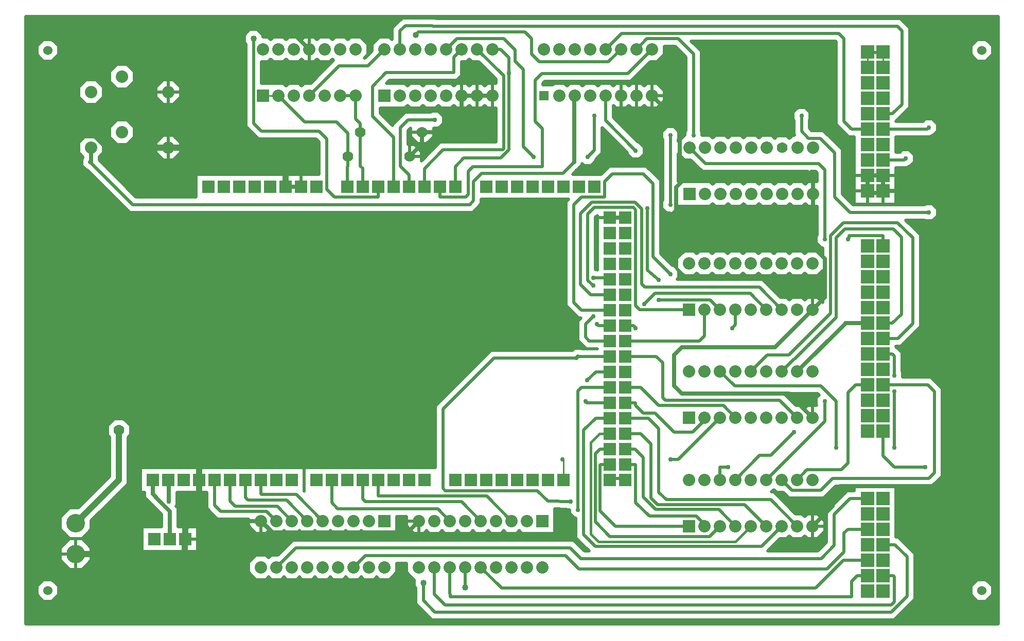
<source format=gbr>
G04 PROTEUS GERBER X2 FILE*
%TF.GenerationSoftware,Labcenter,Proteus,8.13-SP0-Build31525*%
%TF.CreationDate,2024-05-27T21:02:12+00:00*%
%TF.FileFunction,Copper,L2,Bot*%
%TF.FilePolarity,Positive*%
%TF.Part,Single*%
%TF.SameCoordinates,{0b308d22-9aa3-4b5f-a824-e55e50807f99}*%
%FSLAX45Y45*%
%MOMM*%
G01*
%TA.AperFunction,Conductor*%
%ADD10C,0.508000*%
%ADD11C,0.254000*%
%ADD12C,0.635000*%
%ADD14C,1.016000*%
%ADD13C,0.381000*%
%TA.AperFunction,ViaPad*%
%ADD15C,0.762000*%
%ADD16C,1.016000*%
%ADD17C,1.778000*%
%TA.AperFunction,ComponentPad*%
%ADD18R,2.032000X2.032000*%
%TA.AperFunction,ComponentPad*%
%ADD19C,2.032000*%
%TA.AperFunction,ComponentPad*%
%ADD70R,2.286000X2.286000*%
%TA.AperFunction,ComponentPad*%
%ADD71C,1.778000*%
%TA.AperFunction,ComponentPad*%
%ADD20R,1.524000X1.524000*%
%TA.AperFunction,OtherPad,Unknown*%
%ADD21C,1.524000*%
%TA.AperFunction,ComponentPad*%
%ADD22C,3.048000*%
%TA.AperFunction,Profile*%
%ADD23C,0.203200*%
%TD.AperFunction*%
G36*
X-8000000Y-5000000D02*
X+8000000Y-5000000D01*
X+8000000Y+5000000D01*
X-8000000Y+5000000D01*
X-8000000Y-5000000D01*
G37*
%LPC*%
G36*
X-1252951Y+4965699D02*
X+6389903Y+4965699D01*
X+6540499Y+4815103D01*
X+6540499Y+3503397D01*
X+6315899Y+3278797D01*
X+6315899Y+3272999D01*
X+6758435Y+3272999D01*
X+6800135Y+3314699D01*
X+6915865Y+3314699D01*
X+6997699Y+3232865D01*
X+6997699Y+3117135D01*
X+6915865Y+3035301D01*
X+6897903Y+3035301D01*
X+6881603Y+3019001D01*
X+6315899Y+3019001D01*
X+6315899Y+2764999D01*
X+6377435Y+2764999D01*
X+6419135Y+2806699D01*
X+6534865Y+2806699D01*
X+6616699Y+2724865D01*
X+6616699Y+2609135D01*
X+6534865Y+2527301D01*
X+6516903Y+2527301D01*
X+6500603Y+2511001D01*
X+6315899Y+2511001D01*
X+6315899Y+1914101D01*
X+5630101Y+1914101D01*
X+5630101Y+3019001D01*
X+5535397Y+3019001D01*
X+5334001Y+3220397D01*
X+5334001Y+4582897D01*
X+5319497Y+4597401D01*
X+2948201Y+4597401D01*
X+3111499Y+4434103D01*
X+3111499Y+3118565D01*
X+3124199Y+3105865D01*
X+3124199Y+3046199D01*
X+3253268Y+3046199D01*
X+3296100Y+3003367D01*
X+3338932Y+3046199D01*
X+3507268Y+3046199D01*
X+3550100Y+3003367D01*
X+3592932Y+3046199D01*
X+3761268Y+3046199D01*
X+3804100Y+3003367D01*
X+3846932Y+3046199D01*
X+4015268Y+3046199D01*
X+4058100Y+3003367D01*
X+4100932Y+3046199D01*
X+4269268Y+3046199D01*
X+4321080Y+2994386D01*
X+4360193Y+3033499D01*
X+4518007Y+3033499D01*
X+4557120Y+2994386D01*
X+4608932Y+3046199D01*
X+4648199Y+3046199D01*
X+4635502Y+3058896D01*
X+4635502Y+3111500D01*
X+4635501Y+3294935D01*
X+4622801Y+3307635D01*
X+4622801Y+3423365D01*
X+4704635Y+3505199D01*
X+4820365Y+3505199D01*
X+4902199Y+3423365D01*
X+4902199Y+3307635D01*
X+4889499Y+3294935D01*
X+4889498Y+3164104D01*
X+4929403Y+3124199D01*
X+5119903Y+3124199D01*
X+5430519Y+2813583D01*
X+5430519Y+2084603D01*
X+5610124Y+1904998D01*
X+6787435Y+1904999D01*
X+6800135Y+1917699D01*
X+6915865Y+1917699D01*
X+6997699Y+1835865D01*
X+6997699Y+1720135D01*
X+6915865Y+1638301D01*
X+6800135Y+1638301D01*
X+6787435Y+1651001D01*
X+6478801Y+1651001D01*
X+6718299Y+1411503D01*
X+6718299Y-106953D01*
X+6398253Y-426999D01*
X+6315899Y-426999D01*
X+6315899Y-433547D01*
X+6413499Y-531147D01*
X+6413499Y-839435D01*
X+6426199Y-852135D01*
X+6426199Y-935001D01*
X+6893104Y-935002D01*
X+7076999Y-1118897D01*
X+7076999Y-2564103D01*
X+6910603Y-2730499D01*
X+6315899Y-2730499D01*
X+6315899Y-3565001D01*
X+6352603Y-3565001D01*
X+6626999Y-3839397D01*
X+6626999Y-4588774D01*
X+6288174Y-4927599D01*
X-1324100Y-4927599D01*
X-1587499Y-4664200D01*
X-1587499Y-4406526D01*
X-1612899Y-4381126D01*
X-1612899Y-4265199D01*
X-1616168Y-4265199D01*
X-1735199Y-4146168D01*
X-1735199Y-4000499D01*
X-1896801Y-4000499D01*
X-1896801Y-4146168D01*
X-2015832Y-4265199D01*
X-2184168Y-4265199D01*
X-2227000Y-4222367D01*
X-2269832Y-4265199D01*
X-2438168Y-4265199D01*
X-2481000Y-4222367D01*
X-2523832Y-4265199D01*
X-2692168Y-4265199D01*
X-2735000Y-4222367D01*
X-2777832Y-4265199D01*
X-2946168Y-4265199D01*
X-2989000Y-4222367D01*
X-3031832Y-4265199D01*
X-3200168Y-4265199D01*
X-3243000Y-4222367D01*
X-3285832Y-4265199D01*
X-3454168Y-4265199D01*
X-3497000Y-4222367D01*
X-3539832Y-4265199D01*
X-3708168Y-4265199D01*
X-3751000Y-4222367D01*
X-3793832Y-4265199D01*
X-3962168Y-4265199D01*
X-4005000Y-4222367D01*
X-4047832Y-4265199D01*
X-4216168Y-4265199D01*
X-4335199Y-4146168D01*
X-4335199Y-3977832D01*
X-4216168Y-3858801D01*
X-4047832Y-3858801D01*
X-4005000Y-3901633D01*
X-3962168Y-3858801D01*
X-3854403Y-3858801D01*
X-3610023Y-3614421D01*
X+1009863Y-3614421D01*
X+1189510Y-3794068D01*
X+1264966Y-3794068D01*
X+1051561Y-3580663D01*
X+1051561Y-3256279D01*
X+1024175Y-3256279D01*
X+942341Y-3174445D01*
X+942341Y-3121659D01*
X+902255Y-3121659D01*
X+889190Y-3108594D01*
X+703199Y-3104890D01*
X+703199Y-3503199D01*
X+161832Y-3503199D01*
X+119000Y-3460367D01*
X+76168Y-3503199D01*
X-92168Y-3503199D01*
X-135000Y-3460367D01*
X-177832Y-3503199D01*
X-346168Y-3503199D01*
X-389000Y-3460367D01*
X-431832Y-3503199D01*
X-600168Y-3503199D01*
X-643000Y-3460367D01*
X-685832Y-3503199D01*
X-854168Y-3503199D01*
X-897000Y-3460367D01*
X-939832Y-3503199D01*
X-1108168Y-3503199D01*
X-1151000Y-3460367D01*
X-1193832Y-3503199D01*
X-1362168Y-3503199D01*
X-1405000Y-3460367D01*
X-1447832Y-3503199D01*
X-1616168Y-3503199D01*
X-1735199Y-3384168D01*
X-1735199Y-3226999D01*
X-1896801Y-3226999D01*
X-1896801Y-3503199D01*
X-2438168Y-3503199D01*
X-2481000Y-3460367D01*
X-2523832Y-3503199D01*
X-2692168Y-3503199D01*
X-2735000Y-3460367D01*
X-2777832Y-3503199D01*
X-2946168Y-3503199D01*
X-2989000Y-3460367D01*
X-3031832Y-3503199D01*
X-3200168Y-3503199D01*
X-3243000Y-3460367D01*
X-3285832Y-3503199D01*
X-3454168Y-3503199D01*
X-3497000Y-3460367D01*
X-3539832Y-3503199D01*
X-3708168Y-3503199D01*
X-3751000Y-3460367D01*
X-3793832Y-3503199D01*
X-3962168Y-3503199D01*
X-4005000Y-3460367D01*
X-4047832Y-3503199D01*
X-4216168Y-3503199D01*
X-4335199Y-3384168D01*
X-4335199Y-3266999D01*
X-4850103Y-3266999D01*
X-5025398Y-3091704D01*
X-5025398Y-2829199D01*
X-5516482Y-2829199D01*
X-5516482Y-2916202D01*
X-5510132Y-2922552D01*
X-5510132Y-3038282D01*
X-5528020Y-3056170D01*
X-5500331Y-3083860D01*
X-5500331Y-3399961D01*
X-5176481Y-3399961D01*
X-5176481Y-3806359D01*
X-6090879Y-3806359D01*
X-6090879Y-3399961D01*
X-5767029Y-3399961D01*
X-5767029Y-3194326D01*
X-6047749Y-2913606D01*
X-6047749Y-2829199D01*
X-6117599Y-2829199D01*
X-6117599Y-2422801D01*
X-3425201Y-2422801D01*
X-3425201Y-2811197D01*
X-3425199Y-2811199D01*
X-3425199Y-2422801D01*
X-1267029Y-2422801D01*
X-1267029Y-1404927D01*
X-352323Y-490221D01*
X+994697Y-490221D01*
X+1024266Y-460652D01*
X+1134734Y-460652D01*
X+1141083Y-467001D01*
X+1341750Y-467002D01*
X+1400801Y-467001D01*
X+1400801Y-466999D01*
X+1217397Y-466999D01*
X+1079501Y-329103D01*
X+1079501Y-10897D01*
X+1131399Y+41001D01*
X+1090397Y+41001D01*
X+889001Y+242397D01*
X+889001Y+1957603D01*
X+928199Y+1996801D01*
X-508001Y+1996801D01*
X-508001Y+1915897D01*
X-645897Y+1778001D01*
X-6295803Y+1778001D01*
X-6989284Y+2471482D01*
X-6998264Y+2471482D01*
X-7076378Y+2549596D01*
X-7076378Y+2660064D01*
X-7063549Y+2672893D01*
X-7063549Y+2691982D01*
X-7133399Y+2761832D01*
X-7133399Y+2930168D01*
X-7014368Y+3049199D01*
X-6846032Y+3049199D01*
X-6727001Y+2930168D01*
X-6727001Y+2761832D01*
X-6796851Y+2691982D01*
X-6796851Y+2638253D01*
X-6190597Y+2031999D01*
X-5203199Y+2031999D01*
X-5203199Y+2403199D01*
X-3174999Y+2403199D01*
X-3174999Y+2931897D01*
X-3227603Y+2984501D01*
X-4180103Y+2984501D01*
X-4381499Y+3185897D01*
X-4381499Y+4546974D01*
X-4406899Y+4572374D01*
X-4406899Y+4698626D01*
X-4317626Y+4787899D01*
X-4191374Y+4787899D01*
X-4102101Y+4698626D01*
X-4102101Y+4665199D01*
X-4015832Y+4665199D01*
X-3973000Y+4622367D01*
X-3930168Y+4665199D01*
X-3761832Y+4665199D01*
X-3719000Y+4622367D01*
X-3676168Y+4665199D01*
X-3507832Y+4665199D01*
X-3465000Y+4622367D01*
X-3422168Y+4665199D01*
X-3253832Y+4665199D01*
X-3211000Y+4622367D01*
X-3168168Y+4665199D01*
X-2999832Y+4665199D01*
X-2957000Y+4622367D01*
X-2914168Y+4665199D01*
X-2745832Y+4665199D01*
X-2703000Y+4622367D01*
X-2660168Y+4665199D01*
X-2491832Y+4665199D01*
X-2372801Y+4546168D01*
X-2372801Y+4377832D01*
X-2432634Y+4317999D01*
X-2423603Y+4317999D01*
X-2303199Y+4438403D01*
X-2303199Y+4546168D01*
X-2184168Y+4665199D01*
X-2015832Y+4665199D01*
X-1973000Y+4622367D01*
X-1972999Y+4622368D01*
X-1972999Y+4815103D01*
X-1809703Y+4978399D01*
X-1265651Y+4978399D01*
X-1252951Y+4965699D01*
G37*
G36*
X+7546201Y+4371353D02*
X+7546201Y+4518647D01*
X+7650353Y+4622799D01*
X+7797647Y+4622799D01*
X+7901799Y+4518647D01*
X+7901799Y+4371353D01*
X+7797647Y+4267201D01*
X+7650353Y+4267201D01*
X+7546201Y+4371353D01*
G37*
G36*
X+7546201Y-4518647D02*
X+7546201Y-4371353D01*
X+7650353Y-4267201D01*
X+7797647Y-4267201D01*
X+7901799Y-4371353D01*
X+7901799Y-4518647D01*
X+7797647Y-4622799D01*
X+7650353Y-4622799D01*
X+7546201Y-4518647D01*
G37*
G36*
X-7820799Y+4371353D02*
X-7820799Y+4518647D01*
X-7716647Y+4622799D01*
X-7569353Y+4622799D01*
X-7465201Y+4518647D01*
X-7465201Y+4371353D01*
X-7569353Y+4267201D01*
X-7716647Y+4267201D01*
X-7820799Y+4371353D01*
G37*
G36*
X-7820799Y-4518647D02*
X-7820799Y-4371353D01*
X-7716647Y-4267201D01*
X-7569353Y-4267201D01*
X-7465201Y-4371353D01*
X-7465201Y-4518647D01*
X-7569353Y-4622799D01*
X-7716647Y-4622799D01*
X-7820799Y-4518647D01*
G37*
G36*
X-6279086Y-1727691D02*
X-6279086Y-1885505D01*
X-6317186Y-1923605D01*
X-6317186Y-2692230D01*
X-6924041Y-3299085D01*
X-6924041Y-3442770D01*
X-7072830Y-3591559D01*
X-7283250Y-3591559D01*
X-7432039Y-3442770D01*
X-7432039Y-3232350D01*
X-7283250Y-3083561D01*
X-7139565Y-3083561D01*
X-6621984Y-2565980D01*
X-6621984Y-1923605D01*
X-6660084Y-1885505D01*
X-6660084Y-1727691D01*
X-6548492Y-1616099D01*
X-6390678Y-1616099D01*
X-6279086Y-1727691D01*
G37*
G36*
X-7283250Y-3591561D02*
X-7072830Y-3591561D01*
X-6924041Y-3740350D01*
X-6924041Y-3950770D01*
X-7072830Y-4099559D01*
X-7283250Y-4099559D01*
X-7432039Y-3950770D01*
X-7432039Y-3740350D01*
X-7283250Y-3591561D01*
G37*
G36*
X-5863399Y+2761832D02*
X-5863399Y+2930168D01*
X-5744368Y+3049199D01*
X-5576032Y+3049199D01*
X-5457001Y+2930168D01*
X-5457001Y+2761832D01*
X-5576032Y+2642801D01*
X-5744368Y+2642801D01*
X-5863399Y+2761832D01*
G37*
G36*
X-6625399Y+3015832D02*
X-6625399Y+3184168D01*
X-6506368Y+3303199D01*
X-6338032Y+3303199D01*
X-6219001Y+3184168D01*
X-6219001Y+3015832D01*
X-6338032Y+2896801D01*
X-6506368Y+2896801D01*
X-6625399Y+3015832D01*
G37*
G36*
X-5863399Y+3674532D02*
X-5863399Y+3842868D01*
X-5744368Y+3961899D01*
X-5576032Y+3961899D01*
X-5457001Y+3842868D01*
X-5457001Y+3674532D01*
X-5576032Y+3555501D01*
X-5744368Y+3555501D01*
X-5863399Y+3674532D01*
G37*
G36*
X-7133399Y+3674532D02*
X-7133399Y+3842868D01*
X-7014368Y+3961899D01*
X-6846032Y+3961899D01*
X-6727001Y+3842868D01*
X-6727001Y+3674532D01*
X-6846032Y+3555501D01*
X-7014368Y+3555501D01*
X-7133399Y+3674532D01*
G37*
G36*
X-6625399Y+3928532D02*
X-6625399Y+4096868D01*
X-6506368Y+4215899D01*
X-6338032Y+4215899D01*
X-6219001Y+4096868D01*
X-6219001Y+3928532D01*
X-6338032Y+3809501D01*
X-6506368Y+3809501D01*
X-6625399Y+3928532D01*
G37*
%LPD*%
G36*
X-2936484Y+4281118D02*
X-3314403Y+3903199D01*
X-3422168Y+3903199D01*
X-3465000Y+3860367D01*
X-3507832Y+3903199D01*
X-3676168Y+3903199D01*
X-3719000Y+3860367D01*
X-3761832Y+3903199D01*
X-4127501Y+3903199D01*
X-4127501Y+4258801D01*
X-4015832Y+4258801D01*
X-3973000Y+4301633D01*
X-3930168Y+4258801D01*
X-3761832Y+4258801D01*
X-3719000Y+4301633D01*
X-3676168Y+4258801D01*
X-3507832Y+4258801D01*
X-3465000Y+4301633D01*
X-3422168Y+4258801D01*
X-3253832Y+4258801D01*
X-3211000Y+4301633D01*
X-3168168Y+4258801D01*
X-2999832Y+4258801D01*
X-2957000Y+4301633D01*
X-2936484Y+4281118D01*
G37*
G36*
X-660168Y+4258801D02*
X-552403Y+4258801D01*
X-266699Y+3973097D01*
X-266699Y+3903199D01*
X-406168Y+3903199D01*
X-449000Y+3860367D01*
X-491832Y+3903199D01*
X-660168Y+3903199D01*
X-703000Y+3860367D01*
X-745832Y+3903199D01*
X-914168Y+3903199D01*
X-957000Y+3860367D01*
X-999832Y+3903199D01*
X-1168168Y+3903199D01*
X-1211000Y+3860367D01*
X-1253832Y+3903199D01*
X-1422168Y+3903199D01*
X-1465000Y+3860367D01*
X-1507832Y+3903199D01*
X-1676168Y+3903199D01*
X-1719000Y+3860367D01*
X-1761832Y+3903199D01*
X-2067199Y+3903199D01*
X-2020696Y+3949702D01*
X-904395Y+3949702D01*
X-830001Y+4024096D01*
X-830001Y+4258801D01*
X-745832Y+4258801D01*
X-703000Y+4301633D01*
X-660168Y+4258801D01*
G37*
G36*
X+2857501Y+4328897D02*
X+2857501Y+3118565D01*
X+2844801Y+3105865D01*
X+2844801Y+3046199D01*
X+2830932Y+3046199D01*
X+2730499Y+2945766D01*
X+2730499Y+2977435D01*
X+2743199Y+2990135D01*
X+2743199Y+3105865D01*
X+2661365Y+3187699D01*
X+2545635Y+3187699D01*
X+2463801Y+3105865D01*
X+2463801Y+2990135D01*
X+2476501Y+2977435D01*
X+2476502Y+2476500D01*
X+2476501Y+1975565D01*
X+2463801Y+1962865D01*
X+2463801Y+1847135D01*
X+2545635Y+1765301D01*
X+2597728Y+1765301D01*
X+2597728Y+1733033D01*
X+2623766Y+1706995D01*
X+2660590Y+1706995D01*
X+2686628Y+1733033D01*
X+2686628Y+1769857D01*
X+2676274Y+1780210D01*
X+2743199Y+1847135D01*
X+2743199Y+1877801D01*
X+3253268Y+1877801D01*
X+3296100Y+1920633D01*
X+3338932Y+1877801D01*
X+3507268Y+1877801D01*
X+3550100Y+1920633D01*
X+3592932Y+1877801D01*
X+3761268Y+1877801D01*
X+3804100Y+1920633D01*
X+3846932Y+1877801D01*
X+4015268Y+1877801D01*
X+4058100Y+1920633D01*
X+4100932Y+1877801D01*
X+4269268Y+1877801D01*
X+4312100Y+1920633D01*
X+4354932Y+1877801D01*
X+4523268Y+1877801D01*
X+4566100Y+1920633D01*
X+4608932Y+1877801D01*
X+4777268Y+1877801D01*
X+4820100Y+1920633D01*
X+4862932Y+1877801D01*
X+5016501Y+1877801D01*
X+5016501Y+1404065D01*
X+5003801Y+1391365D01*
X+5003801Y+1275635D01*
X+5085635Y+1193801D01*
X+5113021Y+1193801D01*
X+5113021Y+1060446D01*
X+5030468Y+1142999D01*
X+4862132Y+1142999D01*
X+4819300Y+1100167D01*
X+4776468Y+1142999D01*
X+4608132Y+1142999D01*
X+4565300Y+1100167D01*
X+4522468Y+1142999D01*
X+4354132Y+1142999D01*
X+4311300Y+1100167D01*
X+4268468Y+1142999D01*
X+4100132Y+1142999D01*
X+4057300Y+1100167D01*
X+4014468Y+1142999D01*
X+3846132Y+1142999D01*
X+3803300Y+1100167D01*
X+3760468Y+1142999D01*
X+3592132Y+1142999D01*
X+3549300Y+1100167D01*
X+3506468Y+1142999D01*
X+3338132Y+1142999D01*
X+3295300Y+1100167D01*
X+3252468Y+1142999D01*
X+3084132Y+1142999D01*
X+3041300Y+1100167D01*
X+2998468Y+1142999D01*
X+2830132Y+1142999D01*
X+2711101Y+1023968D01*
X+2711101Y+855632D01*
X+2830132Y+736601D01*
X+2998468Y+736601D01*
X+3041300Y+779433D01*
X+3084132Y+736601D01*
X+3252468Y+736601D01*
X+3295300Y+779433D01*
X+3338132Y+736601D01*
X+3506468Y+736601D01*
X+3549300Y+779433D01*
X+3592132Y+736601D01*
X+3760468Y+736601D01*
X+3803300Y+779433D01*
X+3846132Y+736601D01*
X+4014468Y+736601D01*
X+4057300Y+779433D01*
X+4100132Y+736601D01*
X+4268468Y+736601D01*
X+4311300Y+779433D01*
X+4354132Y+736601D01*
X+4522468Y+736601D01*
X+4565300Y+779433D01*
X+4608132Y+736601D01*
X+4776468Y+736601D01*
X+4819300Y+779433D01*
X+4862132Y+736601D01*
X+5030468Y+736601D01*
X+5113021Y+819154D01*
X+5113021Y+298446D01*
X+5030468Y+380999D01*
X+4862132Y+380999D01*
X+4819300Y+338167D01*
X+4776468Y+380999D01*
X+4608132Y+380999D01*
X+4565300Y+338167D01*
X+4522468Y+380999D01*
X+4414703Y+380999D01*
X+4118703Y+676999D01*
X+2716063Y+676999D01*
X+2743199Y+704135D01*
X+2743199Y+819865D01*
X+2661365Y+901699D01*
X+2643403Y+901699D01*
X+2444749Y+1100353D01*
X+2444749Y+2306853D01*
X+2211604Y+2539998D01*
X+1598396Y+2539998D01*
X+1461597Y+2403199D01*
X+992761Y+2403199D01*
X+1064793Y+2475231D01*
X+1073775Y+2475231D01*
X+1151889Y+2553345D01*
X+1151889Y+2580547D01*
X+1182135Y+2550301D01*
X+1297865Y+2550301D01*
X+1379699Y+2632135D01*
X+1379699Y+2650097D01*
X+1476999Y+2747397D01*
X+1476999Y+3169399D01*
X+1892301Y+2754097D01*
X+1892301Y+2736135D01*
X+1974135Y+2654301D01*
X+2089865Y+2654301D01*
X+2171699Y+2736135D01*
X+2171699Y+2851865D01*
X+2089865Y+2933699D01*
X+2071903Y+2933699D01*
X+1662099Y+3343503D01*
X+1662099Y+3539632D01*
X+1662100Y+3539633D01*
X+1704932Y+3496801D01*
X+1873268Y+3496801D01*
X+1916100Y+3539633D01*
X+1958932Y+3496801D01*
X+2127268Y+3496801D01*
X+2170100Y+3539633D01*
X+2212932Y+3496801D01*
X+2381268Y+3496801D01*
X+2500299Y+3615832D01*
X+2500299Y+3784168D01*
X+2381268Y+3903199D01*
X+2212932Y+3903199D01*
X+2170100Y+3860367D01*
X+2127268Y+3903199D01*
X+1958932Y+3903199D01*
X+1916100Y+3860367D01*
X+1873268Y+3903199D01*
X+1704932Y+3903199D01*
X+1662100Y+3860367D01*
X+1619268Y+3903199D01*
X+1450932Y+3903199D01*
X+1408100Y+3860367D01*
X+1365268Y+3903199D01*
X+1196932Y+3903199D01*
X+1154100Y+3860367D01*
X+1111268Y+3903199D01*
X+942932Y+3903199D01*
X+900100Y+3860367D01*
X+857268Y+3903199D01*
X+688932Y+3903199D01*
X+663532Y+3877799D01*
X+504896Y+3877799D01*
X+504896Y+3900071D01*
X+541826Y+3937001D01*
X+1951703Y+3937001D01*
X+2273503Y+4258801D01*
X+2381268Y+4258801D01*
X+2500299Y+4377832D01*
X+2500299Y+4508501D01*
X+2677897Y+4508501D01*
X+2857501Y+4328897D01*
G37*
G36*
X-406168Y+3496801D02*
X-266699Y+3496801D01*
X-266699Y+2938779D01*
X-907473Y+2938779D01*
X-912553Y+2933699D01*
X-1185444Y+2933699D01*
X-1493501Y+2625642D01*
X-1493501Y+2778907D01*
X-1605093Y+2890499D01*
X-1714501Y+2890499D01*
X-1714501Y+3122397D01*
X-1674499Y+3162399D01*
X-1674499Y+3021093D01*
X-1562907Y+2909501D01*
X-1405093Y+2909501D01*
X-1293501Y+3021093D01*
X-1293501Y+3162301D01*
X-1212135Y+3162301D01*
X-1130301Y+3244135D01*
X-1130301Y+3359865D01*
X-1212135Y+3441699D01*
X-1327865Y+3441699D01*
X-1340565Y+3428999D01*
X-1767103Y+3428999D01*
X-1968499Y+3227603D01*
X-1968499Y+3206001D01*
X-2173001Y+3410503D01*
X-2173001Y+3496801D01*
X-1761832Y+3496801D01*
X-1719000Y+3539633D01*
X-1676168Y+3496801D01*
X-1507832Y+3496801D01*
X-1465000Y+3539633D01*
X-1422168Y+3496801D01*
X-1253832Y+3496801D01*
X-1211000Y+3539633D01*
X-1168168Y+3496801D01*
X-999832Y+3496801D01*
X-957000Y+3539633D01*
X-914168Y+3496801D01*
X-745832Y+3496801D01*
X-703000Y+3539633D01*
X-660168Y+3496801D01*
X-491832Y+3496801D01*
X-449000Y+3539633D01*
X-406168Y+3496801D01*
G37*
G36*
X+2830932Y+2639801D02*
X+2938697Y+2639801D01*
X+3127397Y+2451101D01*
X+4864739Y+2451101D01*
X+4845050Y+2431412D01*
X+4845050Y+2394588D01*
X+4871088Y+2368550D01*
X+4907912Y+2368550D01*
X+4933950Y+2394588D01*
X+4933950Y+2431412D01*
X+4914261Y+2451101D01*
X+4989297Y+2451101D01*
X+5016502Y+2423896D01*
X+5016502Y+2284199D01*
X+4862932Y+2284199D01*
X+4820100Y+2241367D01*
X+4777268Y+2284199D01*
X+4608932Y+2284199D01*
X+4566100Y+2241367D01*
X+4523268Y+2284199D01*
X+4354932Y+2284199D01*
X+4312100Y+2241367D01*
X+4269268Y+2284199D01*
X+4100932Y+2284199D01*
X+4058100Y+2241367D01*
X+4015268Y+2284199D01*
X+3846932Y+2284199D01*
X+3804100Y+2241367D01*
X+3761268Y+2284199D01*
X+3592932Y+2284199D01*
X+3550100Y+2241367D01*
X+3507268Y+2284199D01*
X+3338932Y+2284199D01*
X+3296100Y+2241367D01*
X+3253268Y+2284199D01*
X+2730499Y+2284199D01*
X+2730498Y+2476500D01*
X+2730499Y+2740234D01*
X+2830932Y+2639801D01*
G37*
G36*
X+1400801Y+1488801D02*
X+1400801Y+828763D01*
X+1391365Y+838199D01*
X+1371599Y+838199D01*
X+1371599Y+1699997D01*
X+1400801Y+1729199D01*
X+1400801Y+1488801D01*
G37*
G36*
X+5050167Y-1229269D02*
X+5003801Y-1275635D01*
X+5003801Y-1391365D01*
X+5009237Y-1396801D01*
X+4862132Y-1396801D01*
X+4819300Y-1439633D01*
X+4776468Y-1396801D01*
X+4668703Y-1396801D01*
X+4478401Y-1206499D01*
X+5027397Y-1206499D01*
X+5050167Y-1229269D01*
G37*
G36*
X+5630101Y-2803001D02*
X+5510826Y-2803001D01*
X+5172353Y-3141474D01*
X+5172353Y-3651803D01*
X+5030088Y-3794068D01*
X+4205784Y-3794068D01*
X+4411703Y-3588149D01*
X+4519468Y-3588149D01*
X+4562300Y-3545317D01*
X+4605132Y-3588149D01*
X+4773468Y-3588149D01*
X+4816300Y-3545317D01*
X+4859132Y-3588149D01*
X+5027468Y-3588149D01*
X+5146499Y-3469118D01*
X+5146499Y-3300782D01*
X+5027468Y-3181751D01*
X+4859132Y-3181751D01*
X+4816300Y-3224583D01*
X+4773468Y-3181751D01*
X+4665703Y-3181751D01*
X+4306953Y-2823001D01*
X+4268616Y-2823001D01*
X+4308300Y-2783317D01*
X+4351132Y-2826149D01*
X+4458897Y-2826149D01*
X+4553747Y-2920999D01*
X+5132603Y-2920999D01*
X+5323103Y-2730499D01*
X+5630101Y-2730499D01*
X+5630101Y-2803001D01*
G37*
D10*
X-2460000Y-2626000D02*
X-2460000Y-2937500D01*
X-2413000Y-2984500D01*
X-831500Y-2984500D01*
X-516000Y-3300000D01*
X-2968000Y-2626000D02*
X-2968000Y-3001000D01*
X-2869000Y-3100000D01*
X-1224000Y-3100000D01*
X-1024000Y-3300000D01*
X-4644400Y-2626000D02*
X-4644400Y-2975600D01*
X-4560000Y-3060000D01*
X-3864000Y-3060000D01*
X-3624000Y-3300000D01*
X-4898400Y-2626000D02*
X-4898400Y-3039100D01*
X-4797500Y-3140000D01*
X-4038000Y-3140000D01*
X-3878000Y-3300000D01*
X-2500000Y+3100000D02*
X-2500000Y+3238500D01*
X-2576000Y+3314500D01*
X-2576000Y+3700000D01*
X-2500000Y+3100000D02*
X-2500000Y+2540000D01*
X-2460000Y+2500000D01*
X-2460000Y+2200000D01*
X-2576000Y+3700000D02*
X-2830000Y+3700000D01*
X-2700000Y+2700000D02*
X-2700000Y+2540000D01*
X-2714000Y+2526000D01*
X-2714000Y+2200000D01*
D11*
X-3846000Y+3700000D02*
X-4100000Y+3700000D01*
D10*
X-2100000Y+4462000D02*
X-2371000Y+4191000D01*
X-2847000Y+4191000D01*
X-3338000Y+3700000D01*
X+6100000Y+4406900D02*
X+6100000Y+4400000D01*
D11*
X+6100000Y+4162000D01*
D10*
X+5846000Y+4406900D02*
X+5846000Y+4400000D01*
D11*
X+5846000Y+4162000D01*
D10*
X+6100000Y+4416000D02*
X+6100000Y+4406900D01*
X+5846000Y+4406900D01*
X+5846000Y+4416000D02*
X+5846000Y+4406900D01*
X+1858000Y-2372000D02*
X+2032000Y-2372000D01*
X+2032000Y-2997027D01*
X+2254973Y-3220000D01*
X+3030000Y-3220000D01*
X+3165300Y-3355300D01*
X+3165300Y-3384950D01*
X+2021200Y-2118000D02*
X+2159000Y-2255800D01*
X+2159000Y-2906800D01*
X+2362200Y-3110000D01*
X+3398350Y-3110000D01*
X+3673300Y-3384950D01*
X+2021200Y-2118000D02*
X+1858000Y-2118000D01*
X+1858000Y-1864000D02*
X+2118000Y-1864000D01*
X+2286000Y-2032000D01*
X+2286000Y-2921000D01*
X+2395000Y-3030000D01*
X+3826350Y-3030000D01*
X+4181300Y-3384950D01*
X+1858000Y-1610000D02*
X+2245000Y-1610000D01*
X+2413000Y-1778000D01*
X+2413000Y-2825750D01*
X+2537250Y-2950000D01*
X+4254350Y-2950000D01*
X+4689300Y-3384950D01*
X+1858000Y-1356000D02*
X+2032000Y-1356000D01*
X+2032000Y-1397000D01*
X+2159000Y-1524000D01*
X+2349500Y-1524000D01*
X+2667000Y-1841500D01*
X+2971800Y-1841500D01*
X+3168300Y-1645000D01*
X+3168300Y-1600000D01*
X+3676300Y-1600000D02*
X+3473300Y-1397000D01*
X+2413000Y-1397000D01*
X+2118000Y-1102000D01*
X+1858000Y-1102000D01*
X+3168300Y+177800D02*
X+3168300Y-254000D01*
X+3082300Y-340000D01*
X+1858000Y-340000D01*
X+3619500Y-127000D02*
X+3676300Y-70200D01*
X+3676300Y+177800D01*
X+2032000Y-127000D02*
X+2032000Y-124100D01*
X+1993900Y-86000D01*
X+1858000Y-86000D01*
X+1333500Y+698500D02*
X+1581500Y+698500D01*
X+1604000Y+676000D01*
D11*
X+5846000Y-3438001D02*
X+5846000Y-3438000D01*
X-2608000Y-4062000D02*
X-2607999Y-4062000D01*
D10*
X-1460500Y-4318000D02*
X-1460500Y-4611597D01*
X-1271497Y-4800600D01*
X+6235571Y-4800600D01*
X+6500000Y-4536171D01*
X+6500000Y-3892000D01*
X+6300000Y-3692000D01*
X+6100000Y-3692000D01*
D11*
X+5846000Y-3946000D02*
X+5846001Y-3946000D01*
D10*
X-516000Y-4062000D02*
X-171098Y-4406900D01*
X+4993100Y-4406900D01*
X+5454000Y-3946000D01*
X+5651500Y-3946000D01*
X+5846000Y-3946000D01*
D11*
X-516000Y-4062000D02*
X-515999Y-4062000D01*
D10*
X-770000Y-4394200D02*
X-770000Y-4398900D01*
X-770000Y-4062000D01*
D11*
X+5846000Y-4200000D02*
X+5846001Y-4200000D01*
D10*
X+5588000Y-4381500D02*
X+5588000Y-4294613D01*
X+5678904Y-4202396D01*
X+5846000Y-4200000D01*
X+5588000Y-4381500D02*
X+5588000Y-4445000D01*
X+5588000Y-4546600D01*
X-1019683Y-4546767D01*
X-1024000Y-4451511D01*
X-1024000Y-4062000D01*
X-1278000Y-4062000D02*
X-1278000Y-4508500D01*
X-1100200Y-4686300D01*
X+6235700Y-4686300D01*
X+6286500Y-4635500D01*
X+6286500Y-4217050D01*
X+6269450Y-4200000D01*
X+6100000Y-4200000D01*
X-1952000Y+2200000D02*
X-1952000Y+3009900D01*
X-2300000Y+3357900D01*
X-2300000Y+3850000D01*
X-2073300Y+4076700D01*
X-957000Y+4076700D01*
X-957000Y+4335000D01*
X-830000Y+4462000D01*
X+6794500Y-2413000D02*
X+6286500Y-2413000D01*
X+6100000Y-2226500D01*
X+6100000Y-1824000D01*
D11*
X+5846000Y-46001D02*
X+5846000Y-46000D01*
D10*
X+3556000Y-2413000D02*
X+3419300Y-2413000D01*
X+3419300Y-2622950D01*
X+4635500Y-1841500D02*
X+4254500Y-2222500D01*
X+4073750Y-2222500D01*
X+3673300Y-2622950D01*
X+5143500Y-1333500D02*
X+5143500Y-1660750D01*
X+4181300Y-2622950D01*
D11*
X+5846000Y-1062000D02*
X+5846001Y-1062000D01*
D10*
X+5524500Y-1460500D02*
X+5524500Y-1333500D01*
X+5524500Y-1460500D02*
X+5524500Y-2349500D01*
X+5414000Y-2460000D01*
X+4852250Y-2460000D01*
X+4689300Y-2622950D01*
X+5651500Y-1062000D02*
X+5846000Y-1062000D01*
X+5651500Y-1062000D02*
X+5524500Y-1189000D01*
X+5524500Y-1270000D01*
X+5524500Y-1333500D01*
D12*
X+6100000Y+2130000D02*
X+7014000Y+2130000D01*
X+7175500Y+1968500D01*
X+7175500Y-2603500D01*
X+7048500Y-2730500D01*
X+5397500Y-2730500D01*
X+5270500Y-2857500D01*
X+5270500Y-3057750D01*
X+4943300Y-3384950D01*
X-4381500Y+2921000D02*
X-4381500Y+2984500D01*
X-4445000Y+3048000D01*
X-4445000Y+4699000D01*
X-4318000Y+4826000D01*
X-3702000Y+4826000D01*
X-3338000Y+4462000D01*
X-1484000Y+3100000D02*
X-968500Y+3100000D01*
X-830000Y+3238500D01*
X-830000Y+3700000D01*
D14*
X-3730000Y+2200000D02*
X-3730000Y+2235200D01*
D12*
X+2857500Y+2349500D02*
X+2921000Y+2413000D01*
X+4635500Y+2413000D01*
X-1684000Y+2700000D02*
X-1484000Y+2900000D01*
X-1484000Y+3100000D01*
X-4132000Y-3300000D02*
X-5018500Y-3300000D01*
X-5143500Y-3175000D01*
X+4635500Y+2413000D02*
X+4889500Y+2413000D01*
D14*
X-5152400Y-2626000D02*
X-5152400Y-2984500D01*
X-5143500Y-2993400D01*
X-5143500Y-3175000D01*
D12*
X+4946300Y+177800D02*
X+5143500Y+375000D01*
X+5143500Y+1016000D01*
X+4947100Y+1212400D01*
X+4947100Y+2081000D01*
X-4132000Y-3300000D02*
X-3939500Y-3492500D01*
X-1724500Y-3492500D01*
X-1532000Y-3300000D01*
X+4946300Y+177800D02*
X+4324000Y-444500D01*
X+2794000Y-444500D01*
X+2667000Y-571500D01*
X+2667000Y-1079500D01*
X+2794000Y-1206500D01*
X+4552800Y-1206500D01*
X+4946300Y-1600000D01*
X+5846000Y+2384000D02*
X+5846000Y+2130000D01*
X+5846001Y+2130000D01*
X+1858000Y+1692000D02*
X+1604000Y+1692000D01*
X+6100000Y+2384000D02*
X+6100000Y+2130000D01*
X-830000Y+3700000D02*
X-576000Y+3700000D01*
X-322000Y+3700000D01*
X+4947100Y+2081000D02*
X+4947100Y+2355400D01*
X+4889500Y+2413000D01*
X+5846001Y+2384000D02*
X+5846000Y+2384000D01*
X+5846001Y+2384001D01*
X+6100000Y+2384001D01*
X+6100000Y+2384000D01*
X+5846001Y+2384000D02*
X+5846001Y+2384001D01*
X+5846000Y+2384000D01*
D14*
X-4381500Y+2921000D02*
X-4254500Y+2921000D01*
D12*
X-5406200Y+3556000D02*
X-5406200Y+3758700D01*
X+2297100Y+3700000D02*
X+2755900Y+3241200D01*
X+2755900Y+2451100D01*
X+2857500Y+2349500D01*
X+6100000Y+2130000D02*
X+6100000Y+2100000D01*
X+5846000Y+2100000D01*
X+5846000Y+2130000D01*
D14*
X-4445000Y+2921000D02*
X-4572000Y+2921000D01*
X-5080000Y+2921000D01*
X-5155000Y+2846000D01*
X-5158750Y+2846000D02*
X-5259000Y+2846000D01*
X-5270500Y+2846000D01*
X-3730000Y+2235200D02*
X-3730000Y+2396500D01*
X-4254500Y+2921000D01*
D12*
X-5393500Y+2846000D02*
X-5393500Y+2857500D01*
D14*
X-5155000Y+2846000D02*
X-5158750Y+2846000D01*
D12*
X-5406200Y+2846000D02*
X-5393500Y+2846000D01*
X-5406200Y+2857500D02*
X-5406200Y+3302000D01*
X-5406200Y+2846000D02*
X-5406200Y+2857500D01*
X-5393500Y+2857500D02*
X-5394700Y+2857500D01*
X-5406200Y+2857500D01*
X-3730000Y+2200000D02*
X-3476000Y+2200000D01*
X-5406200Y+3302000D02*
X-5406200Y+3429000D01*
D14*
X-4445000Y+2921000D02*
X-4415800Y+2921000D01*
X-4381500Y+2921000D01*
X-5270500Y+2846000D02*
X-5393500Y+2846000D01*
D12*
X-5406200Y+3429000D02*
X-5406200Y+3556000D01*
D10*
X+6100000Y+3400000D02*
X+6257500Y+3400000D01*
X+6413500Y+3556000D01*
X+6413500Y+4762500D01*
X+6337300Y+4838700D01*
X-1305554Y+4838700D01*
X-1318254Y+4851400D01*
X-1757100Y+4851400D01*
X-1846000Y+4762500D01*
X-1846000Y+4462000D01*
X+2603500Y+1905000D02*
X+2603500Y+3048000D01*
X+6477000Y+2667000D02*
X+6448000Y+2638000D01*
X+6100000Y+2638000D01*
D11*
X+5846000Y+3146000D02*
X+5846001Y+3146000D01*
D10*
X+5461000Y+3365500D02*
X+5461000Y+4635500D01*
X+5372100Y+4724400D01*
X+1797500Y+4724400D01*
X+1535100Y+4462000D01*
X+5461000Y+3365500D02*
X+5461000Y+3273000D01*
X+5588000Y+3146000D01*
X+5846000Y+3146000D01*
X+2032000Y+2794000D02*
X+1535100Y+3290900D01*
X+1535100Y+3700000D01*
X+1604000Y-2626000D02*
X+1604000Y-2603500D01*
X+1858000Y-2603500D01*
X+1858000Y-2626000D01*
X-2700000Y+2700000D02*
X-2700000Y+3081000D01*
X-2889000Y+3270000D01*
X-3416000Y+3270000D01*
X-3846000Y+3700000D01*
X-1698000Y+2200000D02*
X-1698000Y+2396500D01*
X-1841500Y+2540000D01*
X-1841500Y+3175000D01*
X-1714500Y+3302000D01*
X-1270000Y+3302000D01*
X+2984500Y+3048000D02*
X+2984500Y+4381500D01*
X+2730500Y+4635500D01*
X+2216600Y+4635500D01*
X+2043100Y+4462000D01*
X+1604000Y+168000D02*
X+1143000Y+168000D01*
X+1016000Y+295000D01*
X+1016000Y+1905000D01*
X+1143000Y+2032000D01*
X+1524000Y+2032000D01*
X+1524000Y+2286000D01*
X+1651000Y+2413000D01*
X+2159000Y+2413000D01*
X+2317750Y+2254250D01*
X+2317750Y+1047750D01*
X+2603500Y+762000D01*
X+4435300Y-2622950D02*
X+4606350Y-2794000D01*
X+5080000Y-2794000D01*
X+5270500Y-2603500D01*
X+6858000Y-2603500D01*
X+6950000Y-2511500D01*
X+6950000Y-1171500D01*
X+6840500Y-1062000D01*
X+6100000Y-1062000D01*
X+6100000Y-554000D02*
X+6256750Y-554000D01*
X+6286500Y-583750D01*
X+6286500Y-910000D01*
X+6286500Y-1170000D02*
X+6286500Y-2095500D01*
X+5334000Y-2095500D02*
X+5334000Y-1333500D01*
X+5080000Y-1079500D01*
X+3663800Y-1079500D01*
X+3422300Y-838000D01*
X+1604000Y-86000D02*
X+1419500Y-86000D01*
X+1397000Y-63500D01*
X+2222500Y+1841500D02*
X+2222500Y+825500D01*
X+2410000Y+670000D01*
X+2410000Y+340000D02*
X+3260100Y+340000D01*
X+3422300Y+177800D01*
X+4184300Y+177800D02*
X+3917600Y+444500D01*
X+2349500Y+444500D01*
X+2172970Y+267970D01*
X+3930300Y-838000D02*
X+4196800Y-571500D01*
X+4549140Y-571500D01*
X+5240020Y+119380D01*
X+5240020Y+1397000D01*
X+5453380Y+1610360D01*
X+6339840Y+1610360D01*
X+6591300Y+1358900D01*
X+6591300Y-54350D01*
X+6345650Y-300000D01*
X+6100000Y-300000D01*
X+6100000Y+1224000D02*
X+6100000Y+1397000D01*
X+5540710Y+1397000D01*
X+5540710Y+1349710D01*
X+5524500Y+1333500D01*
X+5143500Y+1333500D02*
X+5143500Y+2476500D01*
X+5041900Y+2578100D01*
X+3180000Y+2578100D01*
X+2915100Y+2843000D01*
X+4692300Y-1600000D02*
X+4402940Y-1310640D01*
X+2517140Y-1310640D01*
X+2476500Y-1270000D01*
X+2476500Y-698500D01*
X+2372000Y-594000D01*
X+1858000Y-594000D01*
X+1604000Y-1356000D02*
X+1229000Y-1356000D01*
X+1206500Y-1333500D01*
X+1604000Y-340000D02*
X+1270000Y-340000D01*
X+1206500Y-276500D01*
X+1206500Y-63500D01*
X+1333500Y+63500D01*
X+1333500Y+571500D02*
X+1244600Y+660400D01*
X+1244600Y+1752600D01*
X+1348740Y+1856740D01*
X+1996440Y+1856740D01*
X+2032000Y+1821180D01*
X+2032000Y+241300D01*
X+2095500Y+177800D01*
X+2914300Y+177800D01*
X+4438300Y+177800D02*
X+4066100Y+550000D01*
X+2183000Y+550000D01*
X+2133600Y+594909D01*
X+2133600Y+1833880D01*
X+2019300Y+1948180D01*
X+1313180Y+1948180D01*
X+1120000Y+1755000D01*
X+1120000Y+594500D01*
X+1292500Y+422000D01*
X+1604000Y+422000D01*
X-3116000Y-3300000D02*
X-3553420Y-2862580D01*
X-4122420Y-2862580D01*
X-4136400Y-2848600D01*
X-4136400Y-2626000D01*
X-3370000Y-3300000D02*
X-3710900Y-2959100D01*
X-4343400Y-2959100D01*
X-4390400Y-2912100D01*
X-4390400Y-2626000D01*
X+2911300Y-3384950D02*
X+1696720Y-3384950D01*
X+1442720Y-3130950D01*
X+1442720Y-2385965D01*
X+1456685Y-2372000D01*
X+1604000Y-2372000D01*
D13*
X+3927300Y-3384950D02*
X+3669890Y-3642360D01*
X+1419860Y-3642360D01*
X+1290320Y-3512820D01*
X+1290320Y-2011680D01*
X+1438000Y-1864000D01*
X+1604000Y-1864000D01*
D10*
X+3419300Y-3384950D02*
X+3248250Y-3556000D01*
X+1610360Y-3556000D01*
X+1366520Y-3312160D01*
X+1366520Y-2193560D01*
X+1442080Y-2118000D01*
X+1604000Y-2118000D01*
D12*
X+4692300Y-838000D02*
X+5472650Y-57650D01*
X+5484299Y-46001D01*
X+5484300Y-46000D01*
X+5846000Y-46000D01*
D11*
X+5484300Y-46000D01*
X+5484299Y-46001D01*
X+5461000Y-46001D01*
X+5472650Y-57650D01*
D10*
X+4438300Y-838000D02*
X+4641300Y-635000D01*
X+4648200Y-635000D01*
X+5334000Y+50800D01*
X+5334000Y+1358900D01*
X+5478780Y+1503680D01*
X+6268720Y+1503680D01*
X+6403340Y+1369060D01*
X+6403340Y+99320D01*
X+6258020Y-46000D01*
X+6100000Y-46000D01*
D14*
X-5379680Y-3603160D02*
X-5379680Y-3411180D01*
X-5143500Y-3175000D01*
D12*
X-5633680Y-3603160D02*
X-5633680Y-3139093D01*
X-5817807Y-2954966D01*
X-5914400Y-2858373D01*
X-5914400Y-2626000D01*
X-5649831Y-2980417D02*
X-5649831Y-2636569D01*
X-5660400Y-2626000D01*
D10*
X+878840Y-3873500D02*
X+1098346Y-4093006D01*
X+1146178Y-4093006D01*
X+5177994Y-4093006D01*
X+5397500Y-3873500D01*
X+5846000Y-3438000D02*
X+5524500Y-3438001D01*
X+5461000Y-3501501D01*
X+5461000Y-3810000D01*
X+5397500Y-3873500D01*
X+878840Y-3873500D02*
X-2419499Y-3873500D01*
X-2608000Y-4062000D01*
X-3878000Y-4062000D02*
X-3557420Y-3741420D01*
X+957260Y-3741420D01*
X+1125794Y-3909954D01*
X+1125794Y-3921067D01*
X+5082691Y-3921067D01*
X+5299352Y-3704406D01*
X+5299352Y-3194077D01*
X+5563429Y-2930000D01*
X+5846000Y-2930000D01*
D14*
X-7178040Y-3845560D02*
X-6513508Y-3845560D01*
X-6293991Y-4065077D01*
X-5449716Y-4065077D01*
X-5383944Y-3999305D01*
X-5383944Y-3607424D01*
X-5379680Y-3603160D01*
X-7178040Y-3337560D02*
X-6469585Y-2629105D01*
X-6469585Y-1806598D01*
X-5152400Y-2626000D02*
X-5152400Y-1079500D01*
X-7482840Y+1250940D01*
X-7482840Y+2961640D01*
X-7396480Y+3048000D01*
X-6858000Y+3048000D01*
X-6656000Y+2846000D01*
X-5406200Y+2846000D01*
D10*
X-1444000Y+2200000D02*
X-1444000Y+2495541D01*
X-1132841Y+2806700D01*
X-859950Y+2806700D01*
X-854870Y+2811780D01*
X-153416Y+2811780D01*
X-139700Y+2825496D01*
X-139700Y+4025700D01*
X-576000Y+4462000D01*
X+2297100Y+4462000D02*
X+1899100Y+4064000D01*
X+489223Y+4064000D01*
X+377897Y+3952674D01*
X+377897Y+3278630D01*
X+500000Y+3156527D01*
X+500000Y+2527300D01*
X-647700Y+2527300D01*
X-720000Y+2455000D01*
X-720000Y+2074000D01*
X-762000Y+2032000D01*
X-1190000Y+2032000D01*
X-1190000Y+2200000D01*
X+833120Y+2423160D02*
X+1018540Y+2608580D01*
D12*
X+1018540Y+3691440D01*
X+1027100Y+3700000D01*
D10*
X-2206000Y+2200000D02*
X-2206000Y+2032000D01*
X-2921000Y+2032000D01*
X-3048000Y+2159000D01*
X-3048000Y+2984500D01*
X-3175000Y+3111500D01*
X-4127500Y+3111500D01*
X-4254500Y+3238500D01*
X-4254500Y+4635500D01*
X-1587500Y+4699000D02*
X-1539240Y+4747260D01*
X+205740Y+4747260D01*
X+317500Y+4635500D01*
X+317500Y+4381500D01*
X+444500Y+4254500D01*
X+1581600Y+4254500D01*
X+1789100Y+4462000D01*
X+6100000Y+3146000D02*
X+6829000Y+3146000D01*
X+6858000Y+3175000D01*
X+6858000Y+1778000D02*
X+5557520Y+1778000D01*
X+5303520Y+2032000D01*
X+5303520Y+2760980D01*
X+5067300Y+2997200D01*
X+4876800Y+2997200D01*
X+4762500Y+3111500D01*
X+4762500Y+3365500D01*
X+1350000Y+3370000D02*
X+1350000Y+2800000D01*
X+1240000Y+2690000D01*
X+357347Y+2690896D02*
X+187960Y+2860283D01*
X+187960Y+3160000D01*
X+182880Y+3160000D01*
X+182880Y+4127500D01*
X+48260Y+4262120D01*
X+48260Y+4448810D01*
X-138430Y+4635500D01*
X-910500Y+4635500D01*
X-1084000Y+4462000D01*
X-322000Y+4462000D02*
X-187451Y+4462000D01*
X-100904Y+4375453D01*
X-50800Y+4325349D01*
X-50800Y+4076700D01*
D12*
X-50800Y+4064000D01*
D10*
X-936000Y+2200000D02*
X-936000Y+2528560D01*
X-795020Y+2669540D01*
X-187960Y+2669540D01*
X-50800Y+2806700D01*
X-50800Y+4064000D01*
D11*
X+825500Y-2286000D02*
X+842000Y-2302500D01*
X+842000Y-2626000D01*
D10*
X-8000Y-3300000D02*
X-417480Y-2890520D01*
X-2206000Y-2890520D01*
X-2206000Y-2626000D01*
X+1604000Y-594000D02*
X+1079500Y-594000D01*
D12*
X+1056280Y-617220D01*
D10*
X-299720Y-617220D01*
X-1140030Y-1457530D01*
X-1140030Y-2764818D01*
X-1102216Y-2802632D01*
X+416080Y-2802632D01*
X+588915Y-2975467D01*
X+960120Y-2981960D01*
X+1604000Y-848000D02*
X+1374500Y-848000D01*
X+1235710Y-986790D01*
X+3422300Y-1600000D02*
X+2736300Y-2286000D01*
X+2603500Y-2286000D01*
X+1082040Y-3116580D02*
X+1079500Y-2760980D01*
X+1079500Y-1165500D01*
X+1143000Y-1102000D01*
X+1604000Y-1102000D01*
X+4435300Y-3384950D02*
X+4101690Y-3718560D01*
X+1369060Y-3718560D01*
X+1178560Y-3528060D01*
X+1178560Y-1805940D01*
X+1374500Y-1610000D01*
X+1604000Y-1610000D01*
D12*
X+2642178Y+1751445D02*
X+2698704Y+1807971D01*
X+2698704Y+2190704D01*
X+2857500Y+2349500D01*
X-6930200Y+2846000D02*
X-6930200Y+2617660D01*
X-6943030Y+2604830D01*
D10*
X+833120Y+2423160D02*
X-497840Y+2423160D01*
X-635000Y+2286000D01*
X-635000Y+1968500D01*
X-698500Y+1905000D01*
X-6243200Y+1905000D01*
X-6943030Y+2604830D01*
D15*
X+3619500Y-127000D03*
X+2032000Y-127000D03*
X+1333500Y+698500D03*
X+3556000Y-2413000D03*
X+5143500Y-1333500D03*
X+2032000Y+2794000D03*
D16*
X-1460500Y-4318000D03*
X-770000Y-4394200D03*
D15*
X+2603500Y+3048000D03*
X+2984500Y+3048000D03*
X+2603500Y+1905000D03*
X+6286500Y-910000D03*
X+6286500Y-1170000D03*
X+6286500Y-2095500D03*
X+5334000Y-2095500D03*
X+1397000Y-63500D03*
X+2222500Y+1841500D03*
X+2410000Y+670000D03*
X+2410000Y+340000D03*
X+2172970Y+267970D03*
X+5524500Y+1333500D03*
X+5143500Y+1333500D03*
X+4889500Y+2413000D03*
X+6477000Y+2667000D03*
X+6794500Y-2413000D03*
X+4635500Y-1841500D03*
X+1206500Y-1333500D03*
X+1333500Y+63500D03*
X+1333500Y+571500D03*
X+2603500Y+762000D03*
X-1270000Y+3302000D03*
X-5649831Y-2980417D03*
D17*
X-6469585Y-1806598D03*
D16*
X-4254500Y+4635500D03*
X-1587500Y+4699000D03*
D15*
X+6858000Y+3175000D03*
X+6858000Y+1778000D03*
X+4762500Y+3365500D03*
X+1350000Y+3370000D03*
X+1240000Y+2690000D03*
X+357347Y+2690896D03*
X+825500Y-2286000D03*
X+960120Y-2981960D03*
X+1235710Y-986790D03*
X+2603500Y-2286000D03*
X+1082040Y-3116580D03*
X+2642178Y+1751445D03*
D10*
X-8000000Y-5000000D02*
X+8000000Y-5000000D01*
X+8000000Y+5000000D01*
X-8000000Y+5000000D01*
X-8000000Y-5000000D01*
X-1252951Y+4965699D02*
X+6389903Y+4965699D01*
X+6540499Y+4815103D01*
X+6540499Y+3503397D01*
X+6315899Y+3278797D01*
X+6315899Y+3272999D01*
X+6758435Y+3272999D01*
X+6800135Y+3314699D01*
X+6915865Y+3314699D01*
X+6997699Y+3232865D01*
X+6997699Y+3117135D01*
X+6915865Y+3035301D01*
X+6897903Y+3035301D01*
X+6881603Y+3019001D01*
X+6315899Y+3019001D01*
X+6315899Y+2764999D01*
X+6377435Y+2764999D01*
X+6419135Y+2806699D01*
X+6534865Y+2806699D01*
X+6616699Y+2724865D01*
X+6616699Y+2609135D01*
X+6534865Y+2527301D01*
X+6516903Y+2527301D01*
X+6500603Y+2511001D01*
X+6315899Y+2511001D01*
X+6315899Y+1914101D01*
X+5630101Y+1914101D01*
X+5630101Y+3019001D01*
X+5535397Y+3019001D01*
X+5334001Y+3220397D01*
X+5334001Y+4582897D01*
X+5319497Y+4597401D01*
X+2948201Y+4597401D01*
X+3111499Y+4434103D01*
X+3111499Y+3118565D01*
X+3124199Y+3105865D01*
X+3124199Y+3046199D01*
X+3253268Y+3046199D01*
X+3296100Y+3003367D01*
X+3338932Y+3046199D01*
X+3507268Y+3046199D01*
X+3550100Y+3003367D01*
X+3592932Y+3046199D01*
X+3761268Y+3046199D01*
X+3804100Y+3003367D01*
X+3846932Y+3046199D01*
X+4015268Y+3046199D01*
X+4058100Y+3003367D01*
X+4100932Y+3046199D01*
X+4269268Y+3046199D01*
X+4321080Y+2994386D01*
X+4360193Y+3033499D01*
X+4518007Y+3033499D01*
X+4557120Y+2994386D01*
X+4608932Y+3046199D01*
X+4648199Y+3046199D01*
X+4635502Y+3058896D01*
X+4635502Y+3111500D01*
X+4635501Y+3294935D01*
X+4622801Y+3307635D01*
X+4622801Y+3423365D01*
X+4704635Y+3505199D01*
X+4820365Y+3505199D01*
X+4902199Y+3423365D01*
X+4902199Y+3307635D01*
X+4889499Y+3294935D01*
X+4889498Y+3164104D01*
X+4929403Y+3124199D01*
X+5119903Y+3124199D01*
X+5430519Y+2813583D01*
X+5430519Y+2084603D01*
X+5610124Y+1904998D01*
X+6787435Y+1904999D01*
X+6800135Y+1917699D01*
X+6915865Y+1917699D01*
X+6997699Y+1835865D01*
X+6997699Y+1720135D01*
X+6915865Y+1638301D01*
X+6800135Y+1638301D01*
X+6787435Y+1651001D01*
X+6478801Y+1651001D01*
X+6718299Y+1411503D01*
X+6718299Y-106953D01*
X+6398253Y-426999D01*
X+6315899Y-426999D01*
X+6315899Y-433547D01*
X+6413499Y-531147D01*
X+6413499Y-839435D01*
X+6426199Y-852135D01*
X+6426199Y-935001D01*
X+6893104Y-935002D01*
X+7076999Y-1118897D01*
X+7076999Y-2564103D01*
X+6910603Y-2730499D01*
X+6315899Y-2730499D01*
X+6315899Y-3565001D01*
X+6352603Y-3565001D01*
X+6626999Y-3839397D01*
X+6626999Y-4588774D01*
X+6288174Y-4927599D01*
X-1324100Y-4927599D01*
X-1587499Y-4664200D01*
X-1587499Y-4406526D01*
X-1612899Y-4381126D01*
X-1612899Y-4265199D01*
X-1616168Y-4265199D01*
X-1735199Y-4146168D01*
X-1735199Y-4000499D01*
X-1896801Y-4000499D01*
X-1896801Y-4146168D01*
X-2015832Y-4265199D01*
X-2184168Y-4265199D01*
X-2227000Y-4222367D01*
X-2269832Y-4265199D01*
X-2438168Y-4265199D01*
X-2481000Y-4222367D01*
X-2523832Y-4265199D01*
X-2692168Y-4265199D01*
X-2735000Y-4222367D01*
X-2777832Y-4265199D01*
X-2946168Y-4265199D01*
X-2989000Y-4222367D01*
X-3031832Y-4265199D01*
X-3200168Y-4265199D01*
X-3243000Y-4222367D01*
X-3285832Y-4265199D01*
X-3454168Y-4265199D01*
X-3497000Y-4222367D01*
X-3539832Y-4265199D01*
X-3708168Y-4265199D01*
X-3751000Y-4222367D01*
X-3793832Y-4265199D01*
X-3962168Y-4265199D01*
X-4005000Y-4222367D01*
X-4047832Y-4265199D01*
X-4216168Y-4265199D01*
X-4335199Y-4146168D01*
X-4335199Y-3977832D01*
X-4216168Y-3858801D01*
X-4047832Y-3858801D01*
X-4005000Y-3901633D01*
X-3962168Y-3858801D01*
X-3854403Y-3858801D01*
X-3610023Y-3614421D01*
X+1009863Y-3614421D01*
X+1189510Y-3794068D01*
X+1264966Y-3794068D01*
X+1051561Y-3580663D01*
X+1051561Y-3256279D01*
X+1024175Y-3256279D01*
X+942341Y-3174445D01*
X+942341Y-3121659D01*
X+902255Y-3121659D01*
X+889190Y-3108594D01*
X+703199Y-3104890D01*
X+703199Y-3503199D01*
X+161832Y-3503199D01*
X+119000Y-3460367D01*
X+76168Y-3503199D01*
X-92168Y-3503199D01*
X-135000Y-3460367D01*
X-177832Y-3503199D01*
X-346168Y-3503199D01*
X-389000Y-3460367D01*
X-431832Y-3503199D01*
X-600168Y-3503199D01*
X-643000Y-3460367D01*
X-685832Y-3503199D01*
X-854168Y-3503199D01*
X-897000Y-3460367D01*
X-939832Y-3503199D01*
X-1108168Y-3503199D01*
X-1151000Y-3460367D01*
X-1193832Y-3503199D01*
X-1362168Y-3503199D01*
X-1405000Y-3460367D01*
X-1447832Y-3503199D01*
X-1616168Y-3503199D01*
X-1735199Y-3384168D01*
X-1735199Y-3226999D01*
X-1896801Y-3226999D01*
X-1896801Y-3503199D01*
X-2438168Y-3503199D01*
X-2481000Y-3460367D01*
X-2523832Y-3503199D01*
X-2692168Y-3503199D01*
X-2735000Y-3460367D01*
X-2777832Y-3503199D01*
X-2946168Y-3503199D01*
X-2989000Y-3460367D01*
X-3031832Y-3503199D01*
X-3200168Y-3503199D01*
X-3243000Y-3460367D01*
X-3285832Y-3503199D01*
X-3454168Y-3503199D01*
X-3497000Y-3460367D01*
X-3539832Y-3503199D01*
X-3708168Y-3503199D01*
X-3751000Y-3460367D01*
X-3793832Y-3503199D01*
X-3962168Y-3503199D01*
X-4005000Y-3460367D01*
X-4047832Y-3503199D01*
X-4216168Y-3503199D01*
X-4335199Y-3384168D01*
X-4335199Y-3266999D01*
X-4850103Y-3266999D01*
X-5025398Y-3091704D01*
X-5025398Y-2829199D01*
X-5516482Y-2829199D01*
X-5516482Y-2916202D01*
X-5510132Y-2922552D01*
X-5510132Y-3038282D01*
X-5528020Y-3056170D01*
X-5500331Y-3083860D01*
X-5500331Y-3399961D01*
X-5176481Y-3399961D01*
X-5176481Y-3806359D01*
X-6090879Y-3806359D01*
X-6090879Y-3399961D01*
X-5767029Y-3399961D01*
X-5767029Y-3194326D01*
X-6047749Y-2913606D01*
X-6047749Y-2829199D01*
X-6117599Y-2829199D01*
X-6117599Y-2422801D01*
X-3425201Y-2422801D01*
X-3425201Y-2811197D01*
X-3425199Y-2811199D01*
X-3425199Y-2422801D01*
X-1267029Y-2422801D01*
X-1267029Y-1404927D01*
X-352323Y-490221D01*
X+994697Y-490221D01*
X+1024266Y-460652D01*
X+1134734Y-460652D01*
X+1141083Y-467001D01*
X+1341750Y-467002D01*
X+1400801Y-467001D01*
X+1400801Y-466999D01*
X+1217397Y-466999D01*
X+1079501Y-329103D01*
X+1079501Y-10897D01*
X+1131399Y+41001D01*
X+1090397Y+41001D01*
X+889001Y+242397D01*
X+889001Y+1957603D01*
X+928199Y+1996801D01*
X-508001Y+1996801D01*
X-508001Y+1915897D01*
X-645897Y+1778001D01*
X-6295803Y+1778001D01*
X-6989284Y+2471482D01*
X-6998264Y+2471482D01*
X-7076378Y+2549596D01*
X-7076378Y+2660064D01*
X-7063549Y+2672893D01*
X-7063549Y+2691982D01*
X-7133399Y+2761832D01*
X-7133399Y+2930168D01*
X-7014368Y+3049199D01*
X-6846032Y+3049199D01*
X-6727001Y+2930168D01*
X-6727001Y+2761832D01*
X-6796851Y+2691982D01*
X-6796851Y+2638253D01*
X-6190597Y+2031999D01*
X-5203199Y+2031999D01*
X-5203199Y+2403199D01*
X-3174999Y+2403199D01*
X-3174999Y+2931897D01*
X-3227603Y+2984501D01*
X-4180103Y+2984501D01*
X-4381499Y+3185897D01*
X-4381499Y+4546974D01*
X-4406899Y+4572374D01*
X-4406899Y+4698626D01*
X-4317626Y+4787899D01*
X-4191374Y+4787899D01*
X-4102101Y+4698626D01*
X-4102101Y+4665199D01*
X-4015832Y+4665199D01*
X-3973000Y+4622367D01*
X-3930168Y+4665199D01*
X-3761832Y+4665199D01*
X-3719000Y+4622367D01*
X-3676168Y+4665199D01*
X-3507832Y+4665199D01*
X-3465000Y+4622367D01*
X-3422168Y+4665199D01*
X-3253832Y+4665199D01*
X-3211000Y+4622367D01*
X-3168168Y+4665199D01*
X-2999832Y+4665199D01*
X-2957000Y+4622367D01*
X-2914168Y+4665199D01*
X-2745832Y+4665199D01*
X-2703000Y+4622367D01*
X-2660168Y+4665199D01*
X-2491832Y+4665199D01*
X-2372801Y+4546168D01*
X-2372801Y+4377832D01*
X-2432634Y+4317999D01*
X-2423603Y+4317999D01*
X-2303199Y+4438403D01*
X-2303199Y+4546168D01*
X-2184168Y+4665199D01*
X-2015832Y+4665199D01*
X-1973000Y+4622367D01*
X-1972999Y+4622368D01*
X-1972999Y+4815103D01*
X-1809703Y+4978399D01*
X-1265651Y+4978399D01*
X-1252951Y+4965699D01*
X+7546201Y+4371353D02*
X+7546201Y+4518647D01*
X+7650353Y+4622799D01*
X+7797647Y+4622799D01*
X+7901799Y+4518647D01*
X+7901799Y+4371353D01*
X+7797647Y+4267201D01*
X+7650353Y+4267201D01*
X+7546201Y+4371353D01*
X+7546201Y-4518647D02*
X+7546201Y-4371353D01*
X+7650353Y-4267201D01*
X+7797647Y-4267201D01*
X+7901799Y-4371353D01*
X+7901799Y-4518647D01*
X+7797647Y-4622799D01*
X+7650353Y-4622799D01*
X+7546201Y-4518647D01*
X-7820799Y+4371353D02*
X-7820799Y+4518647D01*
X-7716647Y+4622799D01*
X-7569353Y+4622799D01*
X-7465201Y+4518647D01*
X-7465201Y+4371353D01*
X-7569353Y+4267201D01*
X-7716647Y+4267201D01*
X-7820799Y+4371353D01*
X-7820799Y-4518647D02*
X-7820799Y-4371353D01*
X-7716647Y-4267201D01*
X-7569353Y-4267201D01*
X-7465201Y-4371353D01*
X-7465201Y-4518647D01*
X-7569353Y-4622799D01*
X-7716647Y-4622799D01*
X-7820799Y-4518647D01*
X-6279086Y-1727691D02*
X-6279086Y-1885505D01*
X-6317186Y-1923605D01*
X-6317186Y-2692230D01*
X-6924041Y-3299085D01*
X-6924041Y-3442770D01*
X-7072830Y-3591559D01*
X-7283250Y-3591559D01*
X-7432039Y-3442770D01*
X-7432039Y-3232350D01*
X-7283250Y-3083561D01*
X-7139565Y-3083561D01*
X-6621984Y-2565980D01*
X-6621984Y-1923605D01*
X-6660084Y-1885505D01*
X-6660084Y-1727691D01*
X-6548492Y-1616099D01*
X-6390678Y-1616099D01*
X-6279086Y-1727691D01*
X-7283250Y-3591561D02*
X-7072830Y-3591561D01*
X-6924041Y-3740350D01*
X-6924041Y-3950770D01*
X-7072830Y-4099559D01*
X-7283250Y-4099559D01*
X-7432039Y-3950770D01*
X-7432039Y-3740350D01*
X-7283250Y-3591561D01*
X-5863399Y+2761832D02*
X-5863399Y+2930168D01*
X-5744368Y+3049199D01*
X-5576032Y+3049199D01*
X-5457001Y+2930168D01*
X-5457001Y+2761832D01*
X-5576032Y+2642801D01*
X-5744368Y+2642801D01*
X-5863399Y+2761832D01*
X-6625399Y+3015832D02*
X-6625399Y+3184168D01*
X-6506368Y+3303199D01*
X-6338032Y+3303199D01*
X-6219001Y+3184168D01*
X-6219001Y+3015832D01*
X-6338032Y+2896801D01*
X-6506368Y+2896801D01*
X-6625399Y+3015832D01*
X-5863399Y+3674532D02*
X-5863399Y+3842868D01*
X-5744368Y+3961899D01*
X-5576032Y+3961899D01*
X-5457001Y+3842868D01*
X-5457001Y+3674532D01*
X-5576032Y+3555501D01*
X-5744368Y+3555501D01*
X-5863399Y+3674532D01*
X-7133399Y+3674532D02*
X-7133399Y+3842868D01*
X-7014368Y+3961899D01*
X-6846032Y+3961899D01*
X-6727001Y+3842868D01*
X-6727001Y+3674532D01*
X-6846032Y+3555501D01*
X-7014368Y+3555501D01*
X-7133399Y+3674532D01*
X-6625399Y+3928532D02*
X-6625399Y+4096868D01*
X-6506368Y+4215899D01*
X-6338032Y+4215899D01*
X-6219001Y+4096868D01*
X-6219001Y+3928532D01*
X-6338032Y+3809501D01*
X-6506368Y+3809501D01*
X-6625399Y+3928532D01*
X-2936484Y+4281118D02*
X-3314403Y+3903199D01*
X-3422168Y+3903199D01*
X-3465000Y+3860367D01*
X-3507832Y+3903199D01*
X-3676168Y+3903199D01*
X-3719000Y+3860367D01*
X-3761832Y+3903199D01*
X-4127501Y+3903199D01*
X-4127501Y+4258801D01*
X-4015832Y+4258801D01*
X-3973000Y+4301633D01*
X-3930168Y+4258801D01*
X-3761832Y+4258801D01*
X-3719000Y+4301633D01*
X-3676168Y+4258801D01*
X-3507832Y+4258801D01*
X-3465000Y+4301633D01*
X-3422168Y+4258801D01*
X-3253832Y+4258801D01*
X-3211000Y+4301633D01*
X-3168168Y+4258801D01*
X-2999832Y+4258801D01*
X-2957000Y+4301633D01*
X-2936484Y+4281118D01*
X-660168Y+4258801D02*
X-552403Y+4258801D01*
X-266699Y+3973097D01*
X-266699Y+3903199D01*
X-406168Y+3903199D01*
X-449000Y+3860367D01*
X-491832Y+3903199D01*
X-660168Y+3903199D01*
X-703000Y+3860367D01*
X-745832Y+3903199D01*
X-914168Y+3903199D01*
X-957000Y+3860367D01*
X-999832Y+3903199D01*
X-1168168Y+3903199D01*
X-1211000Y+3860367D01*
X-1253832Y+3903199D01*
X-1422168Y+3903199D01*
X-1465000Y+3860367D01*
X-1507832Y+3903199D01*
X-1676168Y+3903199D01*
X-1719000Y+3860367D01*
X-1761832Y+3903199D01*
X-2067199Y+3903199D01*
X-2020696Y+3949702D01*
X-904395Y+3949702D01*
X-830001Y+4024096D01*
X-830001Y+4258801D01*
X-745832Y+4258801D01*
X-703000Y+4301633D01*
X-660168Y+4258801D01*
X+2857501Y+4328897D02*
X+2857501Y+3118565D01*
X+2844801Y+3105865D01*
X+2844801Y+3046199D01*
X+2830932Y+3046199D01*
X+2730499Y+2945766D01*
X+2730499Y+2977435D01*
X+2743199Y+2990135D01*
X+2743199Y+3105865D01*
X+2661365Y+3187699D01*
X+2545635Y+3187699D01*
X+2463801Y+3105865D01*
X+2463801Y+2990135D01*
X+2476501Y+2977435D01*
X+2476502Y+2476500D01*
X+2476501Y+1975565D01*
X+2463801Y+1962865D01*
X+2463801Y+1847135D01*
X+2545635Y+1765301D01*
X+2597728Y+1765301D01*
X+2597728Y+1733033D01*
X+2623766Y+1706995D01*
X+2660590Y+1706995D01*
X+2686628Y+1733033D01*
X+2686628Y+1769857D01*
X+2676274Y+1780210D01*
X+2743199Y+1847135D01*
X+2743199Y+1877801D01*
X+3253268Y+1877801D01*
X+3296100Y+1920633D01*
X+3338932Y+1877801D01*
X+3507268Y+1877801D01*
X+3550100Y+1920633D01*
X+3592932Y+1877801D01*
X+3761268Y+1877801D01*
X+3804100Y+1920633D01*
X+3846932Y+1877801D01*
X+4015268Y+1877801D01*
X+4058100Y+1920633D01*
X+4100932Y+1877801D01*
X+4269268Y+1877801D01*
X+4312100Y+1920633D01*
X+4354932Y+1877801D01*
X+4523268Y+1877801D01*
X+4566100Y+1920633D01*
X+4608932Y+1877801D01*
X+4777268Y+1877801D01*
X+4820100Y+1920633D01*
X+4862932Y+1877801D01*
X+5016501Y+1877801D01*
X+5016501Y+1404065D01*
X+5003801Y+1391365D01*
X+5003801Y+1275635D01*
X+5085635Y+1193801D01*
X+5113021Y+1193801D01*
X+5113021Y+1060446D01*
X+5030468Y+1142999D01*
X+4862132Y+1142999D01*
X+4819300Y+1100167D01*
X+4776468Y+1142999D01*
X+4608132Y+1142999D01*
X+4565300Y+1100167D01*
X+4522468Y+1142999D01*
X+4354132Y+1142999D01*
X+4311300Y+1100167D01*
X+4268468Y+1142999D01*
X+4100132Y+1142999D01*
X+4057300Y+1100167D01*
X+4014468Y+1142999D01*
X+3846132Y+1142999D01*
X+3803300Y+1100167D01*
X+3760468Y+1142999D01*
X+3592132Y+1142999D01*
X+3549300Y+1100167D01*
X+3506468Y+1142999D01*
X+3338132Y+1142999D01*
X+3295300Y+1100167D01*
X+3252468Y+1142999D01*
X+3084132Y+1142999D01*
X+3041300Y+1100167D01*
X+2998468Y+1142999D01*
X+2830132Y+1142999D01*
X+2711101Y+1023968D01*
X+2711101Y+855632D01*
X+2830132Y+736601D01*
X+2998468Y+736601D01*
X+3041300Y+779433D01*
X+3084132Y+736601D01*
X+3252468Y+736601D01*
X+3295300Y+779433D01*
X+3338132Y+736601D01*
X+3506468Y+736601D01*
X+3549300Y+779433D01*
X+3592132Y+736601D01*
X+3760468Y+736601D01*
X+3803300Y+779433D01*
X+3846132Y+736601D01*
X+4014468Y+736601D01*
X+4057300Y+779433D01*
X+4100132Y+736601D01*
X+4268468Y+736601D01*
X+4311300Y+779433D01*
X+4354132Y+736601D01*
X+4522468Y+736601D01*
X+4565300Y+779433D01*
X+4608132Y+736601D01*
X+4776468Y+736601D01*
X+4819300Y+779433D01*
X+4862132Y+736601D01*
X+5030468Y+736601D01*
X+5113021Y+819154D01*
X+5113021Y+298446D01*
X+5030468Y+380999D01*
X+4862132Y+380999D01*
X+4819300Y+338167D01*
X+4776468Y+380999D01*
X+4608132Y+380999D01*
X+4565300Y+338167D01*
X+4522468Y+380999D01*
X+4414703Y+380999D01*
X+4118703Y+676999D01*
X+2716063Y+676999D01*
X+2743199Y+704135D01*
X+2743199Y+819865D01*
X+2661365Y+901699D01*
X+2643403Y+901699D01*
X+2444749Y+1100353D01*
X+2444749Y+2306853D01*
X+2211604Y+2539998D01*
X+1598396Y+2539998D01*
X+1461597Y+2403199D01*
X+992761Y+2403199D01*
X+1064793Y+2475231D01*
X+1073775Y+2475231D01*
X+1151889Y+2553345D01*
X+1151889Y+2580547D01*
X+1182135Y+2550301D01*
X+1297865Y+2550301D01*
X+1379699Y+2632135D01*
X+1379699Y+2650097D01*
X+1476999Y+2747397D01*
X+1476999Y+3169399D01*
X+1892301Y+2754097D01*
X+1892301Y+2736135D01*
X+1974135Y+2654301D01*
X+2089865Y+2654301D01*
X+2171699Y+2736135D01*
X+2171699Y+2851865D01*
X+2089865Y+2933699D01*
X+2071903Y+2933699D01*
X+1662099Y+3343503D01*
X+1662099Y+3539632D01*
X+1662100Y+3539633D01*
X+1704932Y+3496801D01*
X+1873268Y+3496801D01*
X+1916100Y+3539633D01*
X+1958932Y+3496801D01*
X+2127268Y+3496801D01*
X+2170100Y+3539633D01*
X+2212932Y+3496801D01*
X+2381268Y+3496801D01*
X+2500299Y+3615832D01*
X+2500299Y+3784168D01*
X+2381268Y+3903199D01*
X+2212932Y+3903199D01*
X+2170100Y+3860367D01*
X+2127268Y+3903199D01*
X+1958932Y+3903199D01*
X+1916100Y+3860367D01*
X+1873268Y+3903199D01*
X+1704932Y+3903199D01*
X+1662100Y+3860367D01*
X+1619268Y+3903199D01*
X+1450932Y+3903199D01*
X+1408100Y+3860367D01*
X+1365268Y+3903199D01*
X+1196932Y+3903199D01*
X+1154100Y+3860367D01*
X+1111268Y+3903199D01*
X+942932Y+3903199D01*
X+900100Y+3860367D01*
X+857268Y+3903199D01*
X+688932Y+3903199D01*
X+663532Y+3877799D01*
X+504896Y+3877799D01*
X+504896Y+3900071D01*
X+541826Y+3937001D01*
X+1951703Y+3937001D01*
X+2273503Y+4258801D01*
X+2381268Y+4258801D01*
X+2500299Y+4377832D01*
X+2500299Y+4508501D01*
X+2677897Y+4508501D01*
X+2857501Y+4328897D01*
X-406168Y+3496801D02*
X-266699Y+3496801D01*
X-266699Y+2938779D01*
X-907473Y+2938779D01*
X-912553Y+2933699D01*
X-1185444Y+2933699D01*
X-1493501Y+2625642D01*
X-1493501Y+2778907D01*
X-1605093Y+2890499D01*
X-1714501Y+2890499D01*
X-1714501Y+3122397D01*
X-1674499Y+3162399D01*
X-1674499Y+3021093D01*
X-1562907Y+2909501D01*
X-1405093Y+2909501D01*
X-1293501Y+3021093D01*
X-1293501Y+3162301D01*
X-1212135Y+3162301D01*
X-1130301Y+3244135D01*
X-1130301Y+3359865D01*
X-1212135Y+3441699D01*
X-1327865Y+3441699D01*
X-1340565Y+3428999D01*
X-1767103Y+3428999D01*
X-1968499Y+3227603D01*
X-1968499Y+3206001D01*
X-2173001Y+3410503D01*
X-2173001Y+3496801D01*
X-1761832Y+3496801D01*
X-1719000Y+3539633D01*
X-1676168Y+3496801D01*
X-1507832Y+3496801D01*
X-1465000Y+3539633D01*
X-1422168Y+3496801D01*
X-1253832Y+3496801D01*
X-1211000Y+3539633D01*
X-1168168Y+3496801D01*
X-999832Y+3496801D01*
X-957000Y+3539633D01*
X-914168Y+3496801D01*
X-745832Y+3496801D01*
X-703000Y+3539633D01*
X-660168Y+3496801D01*
X-491832Y+3496801D01*
X-449000Y+3539633D01*
X-406168Y+3496801D01*
X+2830932Y+2639801D02*
X+2938697Y+2639801D01*
X+3127397Y+2451101D01*
X+4864739Y+2451101D01*
X+4845050Y+2431412D01*
X+4845050Y+2394588D01*
X+4871088Y+2368550D01*
X+4907912Y+2368550D01*
X+4933950Y+2394588D01*
X+4933950Y+2431412D01*
X+4914261Y+2451101D01*
X+4989297Y+2451101D01*
X+5016502Y+2423896D01*
X+5016502Y+2284199D01*
X+4862932Y+2284199D01*
X+4820100Y+2241367D01*
X+4777268Y+2284199D01*
X+4608932Y+2284199D01*
X+4566100Y+2241367D01*
X+4523268Y+2284199D01*
X+4354932Y+2284199D01*
X+4312100Y+2241367D01*
X+4269268Y+2284199D01*
X+4100932Y+2284199D01*
X+4058100Y+2241367D01*
X+4015268Y+2284199D01*
X+3846932Y+2284199D01*
X+3804100Y+2241367D01*
X+3761268Y+2284199D01*
X+3592932Y+2284199D01*
X+3550100Y+2241367D01*
X+3507268Y+2284199D01*
X+3338932Y+2284199D01*
X+3296100Y+2241367D01*
X+3253268Y+2284199D01*
X+2730499Y+2284199D01*
X+2730498Y+2476500D01*
X+2730499Y+2740234D01*
X+2830932Y+2639801D01*
X+1400801Y+1488801D02*
X+1400801Y+828763D01*
X+1391365Y+838199D01*
X+1371599Y+838199D01*
X+1371599Y+1699997D01*
X+1400801Y+1729199D01*
X+1400801Y+1488801D01*
X+5050167Y-1229269D02*
X+5003801Y-1275635D01*
X+5003801Y-1391365D01*
X+5009237Y-1396801D01*
X+4862132Y-1396801D01*
X+4819300Y-1439633D01*
X+4776468Y-1396801D01*
X+4668703Y-1396801D01*
X+4478401Y-1206499D01*
X+5027397Y-1206499D01*
X+5050167Y-1229269D01*
X+5630101Y-2803001D02*
X+5510826Y-2803001D01*
X+5172353Y-3141474D01*
X+5172353Y-3651803D01*
X+5030088Y-3794068D01*
X+4205784Y-3794068D01*
X+4411703Y-3588149D01*
X+4519468Y-3588149D01*
X+4562300Y-3545317D01*
X+4605132Y-3588149D01*
X+4773468Y-3588149D01*
X+4816300Y-3545317D01*
X+4859132Y-3588149D01*
X+5027468Y-3588149D01*
X+5146499Y-3469118D01*
X+5146499Y-3300782D01*
X+5027468Y-3181751D01*
X+4859132Y-3181751D01*
X+4816300Y-3224583D01*
X+4773468Y-3181751D01*
X+4665703Y-3181751D01*
X+4306953Y-2823001D01*
X+4268616Y-2823001D01*
X+4308300Y-2783317D01*
X+4351132Y-2826149D01*
X+4458897Y-2826149D01*
X+4553747Y-2920999D01*
X+5132603Y-2920999D01*
X+5323103Y-2730499D01*
X+5630101Y-2730499D01*
X+5630101Y-2803001D01*
X-3730000Y+2403199D02*
X-3730000Y+2200000D01*
X-3476000Y+2403199D02*
X-3476000Y+2200000D01*
X+1400801Y+1692000D02*
X+1604000Y+1692000D01*
X-5152400Y-2829199D02*
X-5152400Y-2626000D01*
X-5152400Y-2422801D02*
X-5152400Y-2626000D01*
X-4335199Y-3300000D02*
X-4132000Y-3300000D01*
X-4132000Y-3503199D02*
X-4132000Y-3300000D01*
X-1735199Y-3300000D02*
X-1532000Y-3300000D01*
X-1532000Y-3503199D02*
X-1532000Y-3300000D01*
X+5630101Y+2384000D02*
X+5846000Y+2384000D01*
X+6315899Y+2384000D02*
X+6100000Y+2384000D01*
X+5630101Y+2130000D02*
X+5846000Y+2130000D01*
X+5846000Y+1914101D02*
X+5846000Y+2130000D01*
X+6315899Y+2130000D02*
X+6100000Y+2130000D01*
X+6100000Y+1914101D02*
X+6100000Y+2130000D01*
X-1493501Y+2700000D02*
X-1684000Y+2700000D01*
X-1684000Y+2890499D02*
X-1684000Y+2700000D01*
X-1674499Y+3100000D02*
X-1484000Y+3100000D01*
X-1293501Y+3100000D02*
X-1484000Y+3100000D01*
X-1484000Y+2909501D02*
X-1484000Y+3100000D01*
X-3338000Y+4258801D02*
X-3338000Y+4462000D01*
X-3338000Y+4665199D02*
X-3338000Y+4462000D01*
X+1789100Y+3496801D02*
X+1789100Y+3700000D01*
X+1789100Y+3903199D02*
X+1789100Y+3700000D01*
X+2043100Y+3496801D02*
X+2043100Y+3700000D01*
X+2043100Y+3903199D02*
X+2043100Y+3700000D01*
X+2500299Y+3700000D02*
X+2297100Y+3700000D01*
X+2297100Y+3496801D02*
X+2297100Y+3700000D01*
X+2297100Y+3903199D02*
X+2297100Y+3700000D01*
X+5146499Y-3384950D02*
X+4943300Y-3384950D01*
X+4943300Y-3588149D02*
X+4943300Y-3384950D01*
X+4943300Y-3181751D02*
X+4943300Y-3384950D01*
X+4946300Y-1396801D02*
X+4946300Y-1600000D01*
X+4946300Y+380999D02*
X+4946300Y+177800D01*
X+4947100Y+1877801D02*
X+4947100Y+2081000D01*
X+4947100Y+2284199D02*
X+4947100Y+2081000D01*
X-5176481Y-3603160D02*
X-5379680Y-3603160D01*
X-5379680Y-3806359D02*
X-5379680Y-3603160D01*
X-5379680Y-3399961D02*
X-5379680Y-3603160D01*
X-830000Y+3496801D02*
X-830000Y+3700000D01*
X-830000Y+3903199D02*
X-830000Y+3700000D01*
X-576000Y+3496801D02*
X-576000Y+3700000D01*
X-576000Y+3903199D02*
X-576000Y+3700000D01*
X-322000Y+3496801D02*
X-322000Y+3700000D01*
X-322000Y+3903199D02*
X-322000Y+3700000D01*
X-7178040Y-3591561D02*
X-7178040Y-3845560D01*
X-7178040Y-4099559D02*
X-7178040Y-3845560D01*
X-7432039Y-3845560D02*
X-7178040Y-3845560D01*
X-6924041Y-3845560D02*
X-7178040Y-3845560D01*
X-5863399Y+2846000D02*
X-5660200Y+2846000D01*
X-5457001Y+2846000D02*
X-5660200Y+2846000D01*
X-5660200Y+2642801D02*
X-5660200Y+2846000D01*
X-5660200Y+3049199D02*
X-5660200Y+2846000D01*
X-5863399Y+3758700D02*
X-5660200Y+3758700D01*
X-5457001Y+3758700D02*
X-5660200Y+3758700D01*
X-5660200Y+3555501D02*
X-5660200Y+3758700D01*
X-5660200Y+3961899D02*
X-5660200Y+3758700D01*
D18*
X-5000000Y+2200000D03*
X-4746000Y+2200000D03*
X-4492000Y+2200000D03*
X-4238000Y+2200000D03*
X-3984000Y+2200000D03*
X-3730000Y+2200000D03*
X-3476000Y+2200000D03*
X-3222000Y+2200000D03*
X-2714000Y+2200000D03*
X-2460000Y+2200000D03*
X-2206000Y+2200000D03*
X-1952000Y+2200000D03*
X-1698000Y+2200000D03*
X-1444000Y+2200000D03*
X-1190000Y+2200000D03*
X-936000Y+2200000D03*
X-428000Y+2200000D03*
X-174000Y+2200000D03*
X+80000Y+2200000D03*
X+334000Y+2200000D03*
X+588000Y+2200000D03*
X+842000Y+2200000D03*
X+1096000Y+2200000D03*
X+1350000Y+2200000D03*
X+1604000Y+1692000D03*
X+1604000Y+1438000D03*
X+1604000Y+1184000D03*
X+1604000Y+930000D03*
X+1604000Y+676000D03*
X+1604000Y+422000D03*
X+1604000Y+168000D03*
X+1604000Y-86000D03*
X+1604000Y-340000D03*
X+1604000Y-594000D03*
X+1604000Y-848000D03*
X+1604000Y-1102000D03*
X+1604000Y-1356000D03*
X+1604000Y-1610000D03*
X+1604000Y-1864000D03*
X+1604000Y-2118000D03*
X+1604000Y-2372000D03*
X+1604000Y-2626000D03*
X+1858000Y+1692000D03*
X+1858000Y+1438000D03*
X+1858000Y+1184000D03*
X+1858000Y+930000D03*
X+1858000Y+676000D03*
X+1858000Y+422000D03*
X+1858000Y+168000D03*
X+1858000Y-86000D03*
X+1858000Y-340000D03*
X+1858000Y-594000D03*
X+1858000Y-848000D03*
X+1858000Y-1102000D03*
X+1858000Y-1356000D03*
X+1858000Y-1610000D03*
X+1858000Y-1864000D03*
X+1858000Y-2118000D03*
X+1858000Y-2372000D03*
X+1858000Y-2626000D03*
X+842000Y-2626000D03*
X+588000Y-2626000D03*
X+334000Y-2626000D03*
X+80000Y-2626000D03*
X-174000Y-2626000D03*
X-428000Y-2626000D03*
X-682000Y-2626000D03*
X-936000Y-2626000D03*
X-1444000Y-2626000D03*
X-1698000Y-2626000D03*
X-1952000Y-2626000D03*
X-2206000Y-2626000D03*
X-2460000Y-2626000D03*
X-2714000Y-2626000D03*
X-2968000Y-2626000D03*
X-3222000Y-2626000D03*
X-3628400Y-2626000D03*
X-3882400Y-2626000D03*
X-4136400Y-2626000D03*
X-4390400Y-2626000D03*
X-4644400Y-2626000D03*
X-4898400Y-2626000D03*
X-5152400Y-2626000D03*
X-5406400Y-2626000D03*
X-5660400Y-2626000D03*
X-5914400Y-2626000D03*
X-2100000Y-3300000D03*
D19*
X-2354000Y-3300000D03*
X-2608000Y-3300000D03*
X-2862000Y-3300000D03*
X-3116000Y-3300000D03*
X-3370000Y-3300000D03*
X-3624000Y-3300000D03*
X-3878000Y-3300000D03*
X-4132000Y-3300000D03*
X-4132000Y-4062000D03*
X-3878000Y-4062000D03*
X-3624000Y-4062000D03*
X-3370000Y-4062000D03*
X-3116000Y-4062000D03*
X-2862000Y-4062000D03*
X-2608000Y-4062000D03*
X-2354000Y-4062000D03*
X-2100000Y-4062000D03*
D18*
X+500000Y-3300000D03*
D19*
X+246000Y-3300000D03*
X-8000Y-3300000D03*
X-262000Y-3300000D03*
X-516000Y-3300000D03*
X-770000Y-3300000D03*
X-1024000Y-3300000D03*
X-1278000Y-3300000D03*
X-1532000Y-3300000D03*
X-1532000Y-4062000D03*
X-1278000Y-4062000D03*
X-1024000Y-4062000D03*
X-770000Y-4062000D03*
X-516000Y-4062000D03*
X-262000Y-4062000D03*
X-8000Y-4062000D03*
X+246000Y-4062000D03*
X+500000Y-4062000D03*
D70*
X+5846000Y-2930000D03*
X+6100000Y-2930000D03*
X+5846000Y-3184000D03*
X+6100000Y-3184000D03*
X+5846000Y-3438000D03*
X+6100000Y-3438000D03*
X+5846000Y-3692000D03*
X+6100000Y-3692000D03*
X+5846000Y-3946000D03*
X+6100000Y-3946000D03*
X+5846000Y-4200000D03*
X+6100000Y-4200000D03*
X+5846000Y-4454000D03*
X+6100000Y-4454000D03*
X+5846000Y+1224000D03*
X+6100000Y+1224000D03*
X+5846000Y+970000D03*
X+6100000Y+970000D03*
X+5846000Y+716000D03*
X+6100000Y+716000D03*
X+5846000Y+462000D03*
X+6100000Y+462000D03*
X+5846000Y+208000D03*
X+6100000Y+208000D03*
X+5846000Y-46000D03*
X+6100000Y-46000D03*
X+5846000Y-300000D03*
X+6100000Y-300000D03*
X+5846000Y-554000D03*
X+6100000Y-554000D03*
X+5846000Y-808000D03*
X+6100000Y-808000D03*
X+5846000Y-1062000D03*
X+6100000Y-1062000D03*
X+5846000Y-1316000D03*
X+6100000Y-1316000D03*
X+5846000Y-1570000D03*
X+6100000Y-1570000D03*
X+5846000Y-1824000D03*
X+6100000Y-1824000D03*
X+5846000Y+4416000D03*
X+6100000Y+4416000D03*
X+5846000Y+4162000D03*
X+6100000Y+4162000D03*
X+5846000Y+3908000D03*
X+6100000Y+3908000D03*
X+5846000Y+3654000D03*
X+6100000Y+3654000D03*
X+5846000Y+3400000D03*
X+6100000Y+3400000D03*
X+5846000Y+3146000D03*
X+6100000Y+3146000D03*
X+5846000Y+2892000D03*
X+6100000Y+2892000D03*
X+5846000Y+2638000D03*
X+6100000Y+2638000D03*
X+5846000Y+2384000D03*
X+6100000Y+2384000D03*
X+5846000Y+2130000D03*
X+6100000Y+2130000D03*
D71*
X-2700000Y+2700000D03*
X-1684000Y+2700000D03*
X-2500000Y+3100000D03*
X-1484000Y+3100000D03*
D18*
X-4100000Y+3700000D03*
D19*
X-3846000Y+3700000D03*
X-3592000Y+3700000D03*
X-3338000Y+3700000D03*
X-3084000Y+3700000D03*
X-2830000Y+3700000D03*
X-2576000Y+3700000D03*
X-2576000Y+4462000D03*
X-2830000Y+4462000D03*
X-3084000Y+4462000D03*
X-3338000Y+4462000D03*
X-3592000Y+4462000D03*
X-3846000Y+4462000D03*
X-4100000Y+4462000D03*
X-5660200Y+2846000D03*
X-6930200Y+2846000D03*
X-6422200Y+3100000D03*
X-5660200Y+3758700D03*
X-6930200Y+3758700D03*
X-6422200Y+4012700D03*
D20*
X+519100Y+3700000D03*
D19*
X+773100Y+3700000D03*
X+1027100Y+3700000D03*
X+1281100Y+3700000D03*
X+1535100Y+3700000D03*
X+1789100Y+3700000D03*
X+2043100Y+3700000D03*
X+2297100Y+3700000D03*
X+2297100Y+4462000D03*
X+2043100Y+4462000D03*
X+1789100Y+4462000D03*
X+1535100Y+4462000D03*
X+1281100Y+4462000D03*
X+1027100Y+4462000D03*
X+773100Y+4462000D03*
X+519100Y+4462000D03*
D18*
X+2911300Y-3384950D03*
D19*
X+3165300Y-3384950D03*
X+3419300Y-3384950D03*
X+3673300Y-3384950D03*
X+3927300Y-3384950D03*
X+4181300Y-3384950D03*
X+4435300Y-3384950D03*
X+4689300Y-3384950D03*
X+4943300Y-3384950D03*
X+4943300Y-2622950D03*
X+4689300Y-2622950D03*
X+4435300Y-2622950D03*
X+4181300Y-2622950D03*
X+3927300Y-2622950D03*
X+3673300Y-2622950D03*
X+3419300Y-2622950D03*
X+3165300Y-2622950D03*
X+2911300Y-2622950D03*
D18*
X+2914300Y-1600000D03*
D19*
X+3168300Y-1600000D03*
X+3422300Y-1600000D03*
X+3676300Y-1600000D03*
X+3930300Y-1600000D03*
X+4184300Y-1600000D03*
X+4438300Y-1600000D03*
X+4692300Y-1600000D03*
X+4946300Y-1600000D03*
X+4946300Y-838000D03*
X+4692300Y-838000D03*
X+4438300Y-838000D03*
X+4184300Y-838000D03*
X+3930300Y-838000D03*
X+3676300Y-838000D03*
X+3422300Y-838000D03*
X+3168300Y-838000D03*
X+2914300Y-838000D03*
D18*
X+2914300Y+177800D03*
D19*
X+3168300Y+177800D03*
X+3422300Y+177800D03*
X+3676300Y+177800D03*
X+3930300Y+177800D03*
X+4184300Y+177800D03*
X+4438300Y+177800D03*
X+4692300Y+177800D03*
X+4946300Y+177800D03*
X+4946300Y+939800D03*
X+4692300Y+939800D03*
X+4438300Y+939800D03*
X+4184300Y+939800D03*
X+3930300Y+939800D03*
X+3676300Y+939800D03*
X+3422300Y+939800D03*
X+3168300Y+939800D03*
X+2914300Y+939800D03*
D18*
X+2915100Y+2081000D03*
D19*
X+3169100Y+2081000D03*
X+3423100Y+2081000D03*
X+3677100Y+2081000D03*
X+3931100Y+2081000D03*
X+4185100Y+2081000D03*
X+4439100Y+2081000D03*
X+4693100Y+2081000D03*
X+4947100Y+2081000D03*
X+4947100Y+2843000D03*
X+4693100Y+2843000D03*
D71*
X+4439100Y+2843000D03*
D19*
X+4185100Y+2843000D03*
X+3931100Y+2843000D03*
X+3677100Y+2843000D03*
X+3423100Y+2843000D03*
X+3169100Y+2843000D03*
X+2915100Y+2843000D03*
D18*
X-5887680Y-3603160D03*
X-5633680Y-3603160D03*
X-5379680Y-3603160D03*
X-2100000Y+3700000D03*
D19*
X-1846000Y+3700000D03*
X-1592000Y+3700000D03*
X-1338000Y+3700000D03*
X-1084000Y+3700000D03*
X-830000Y+3700000D03*
X-576000Y+3700000D03*
X-322000Y+3700000D03*
X-322000Y+4462000D03*
X-576000Y+4462000D03*
X-830000Y+4462000D03*
X-1084000Y+4462000D03*
X-1338000Y+4462000D03*
X-1592000Y+4462000D03*
X-1846000Y+4462000D03*
X-2100000Y+4462000D03*
D21*
X+7724000Y+4445000D03*
X+7724000Y-4445000D03*
X-7643000Y+4445000D03*
X-7643000Y-4445000D03*
D22*
X-7178040Y-3337560D03*
X-7178040Y-3845560D03*
D23*
X-8000000Y-5000000D02*
X+8000000Y-5000000D01*
X+8000000Y+5000000D01*
X-8000000Y+5000000D01*
X-8000000Y-5000000D01*
X+8000000Y-5000000D01*
X+8000000Y+5000000D01*
X-8000000Y+5000000D01*
X-8000000Y-5000000D01*
M02*

</source>
